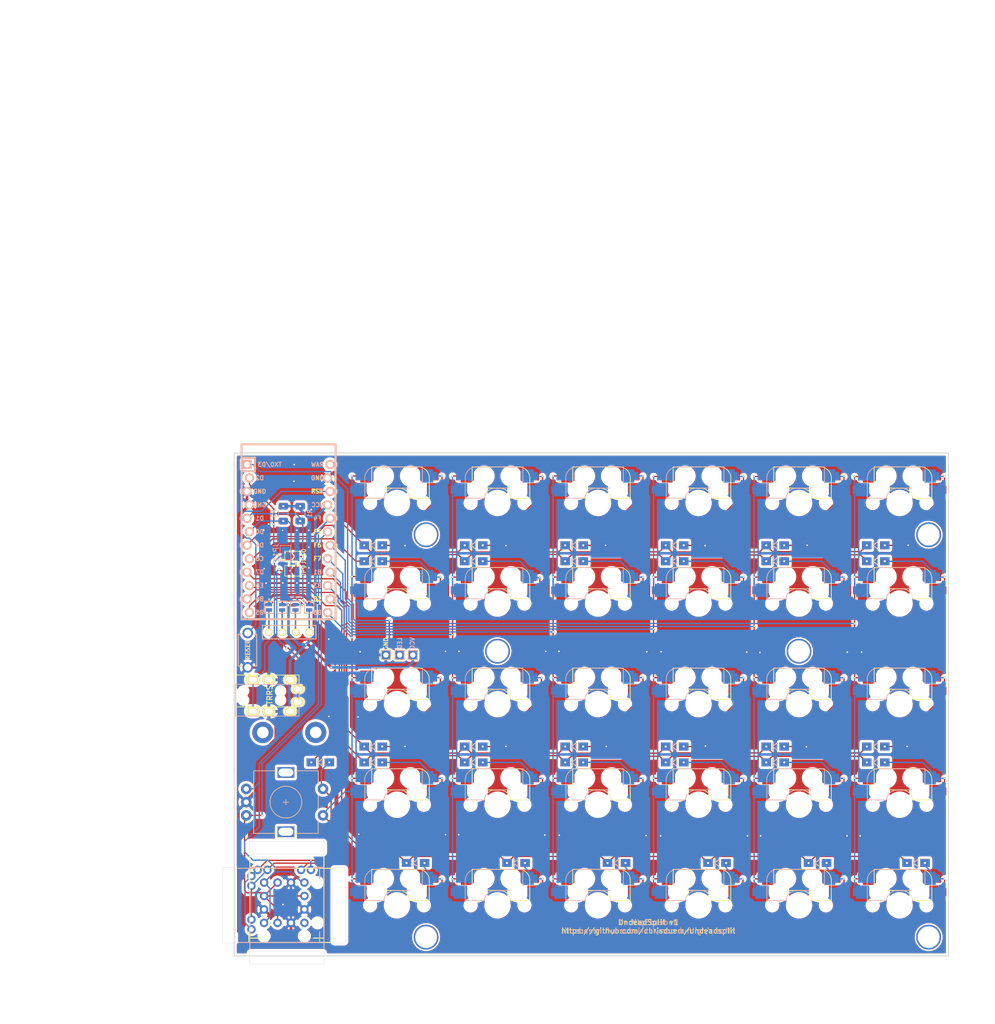
<source format=kicad_pcb>
(kicad_pcb (version 20211014) (generator pcbnew)
  (layers (0 "F.Cu" signal) (31 "B.Cu" signal) (34 "B.Paste" user) (35 "F.Paste" user) (36 "B.SilkS" user "B.Silkscreen") (37 "F.SilkS" user "F.Silkscreen") (38 "B.Mask" user) (39 "F.Mask" user) (44 "Edge.Cuts" user))
  (net 0 "")
  (net 1 "Net-(D1-Pad2)")
  (net 2 "row4")
  (net 3 "Net-(D2-Pad2)")
  (net 4 "Net-(D3-Pad2)")
  (net 5 "row0")
  (net 6 "Net-(D4-Pad2)")
  (net 7 "row1")
  (net 8 "Net-(D5-Pad2)")
  (net 9 "row2")
  (net 10 "Net-(D6-Pad2)")
  (net 11 "row3")
  (net 12 "Net-(D7-Pad2)")
  (net 13 "Net-(D8-Pad2)")
  (net 14 "Net-(D9-Pad2)")
  (net 15 "Net-(D10-Pad2)")
  (net 16 "Net-(D11-Pad2)")
  (net 17 "Net-(D12-Pad2)")
  (net 18 "Net-(D13-Pad2)")
  (net 19 "Net-(D14-Pad2)")
  (net 20 "Net-(D15-Pad2)")
  (net 21 "Net-(D16-Pad2)")
  (net 22 "Net-(D17-Pad2)")
  (net 23 "Net-(D18-Pad2)")
  (net 24 "Net-(D19-Pad2)")
  (net 25 "Net-(D20-Pad2)")
  (net 26 "Net-(D21-Pad2)")
  (net 27 "Net-(D22-Pad2)")
  (net 28 "Net-(D23-Pad2)")
  (net 29 "Net-(D24-Pad2)")
  (net 30 "Net-(D26-Pad2)")
  (net 31 "Net-(D27-Pad2)")
  (net 32 "Net-(D28-Pad2)")
  (net 33 "VCC")
  (net 34 "GND")
  (net 35 "col0")
  (net 36 "col1")
  (net 37 "col2")
  (net 38 "col3")
  (net 39 "col4")
  (net 40 "SDA")
  (net 41 "LED")
  (net 42 "SCL")
  (net 43 "RESET")
  (net 44 "Net-(D29-Pad2)")
  (net 45 "DATA")
  (net 46 "Net-(J3-Pad1)")
  (net 47 "Net-(J3-Pad2)")
  (net 48 "Net-(J3-Pad3)")
  (net 49 "Net-(J3-Pad4)")
  (net 50 "Net-(D30-Pad2)")
  (net 51 "col5")
  (net 52 "ENCB")
  (net 53 "ENCA")
  (net 54 "/i2c_c")
  (net 55 "/i2c_d")
  (net 56 "row5")
  (net 59 "Net-(D25-Pad2)")
  (net 60 "Net-(D31-Pad2)")
  (footprint "SofleKeyboard-footprint:HOLE_M2_TH" (layer "F.Cu") (at 127.378377 55.136817)
    (fp_text reference "TH1" hide)
    (fp_text value "HOLE" hide)
  )
  (footprint "SofleKeyboard-footprint:HOLE_M2_TH" (layer "F.Cu") (at 220.208214 57.309137)
    (fp_text reference "TH2" hide)
    (fp_text value "HOLE" hide)
  )
  (footprint "SofleKeyboard-footprint:HOLE_M2_TH" (layer "F.Cu") (at 221.583821 132.390073)
    (fp_text reference "TH6" hide)
    (fp_text value "HOLE" hide)
  )
  (footprint "SofleKeyboard-footprint:HOLE_M2_TH" (layer "F.Cu") (at 118.570261 148.122136 90)
    (fp_text reference "TH5" hide)
    (fp_text value "HOLE" hide)
  )
  (footprint "SofleKeyboard-footprint:ArduinoProMicro-ZigZag-DoubleSided" (layer "F.Cu") (at 100 56.71 -90)
    (fp_text reference "U1" hide)
    (fp_text value "ProMicro" hide)
  )
  (footprint "SofleKeyboard-footprint:Jumper" (layer "F.Cu") (at 103.9 69.7 90)
    (fp_text reference "JP1" hide)
    (fp_text value "Jumper_NO_Small" hide)
  )
  (footprint "SofleKeyboard-footprint:Jumper" (layer "F.Cu") (at 101.3 69.7 90)
    (fp_text reference "JP2" hide)
    (fp_text value "Jumper_NO_Small" hide)
  )
  (footprint "SofleKeyboard-footprint:Jumper" (layer "F.Cu") (at 98.8 69.7 90)
    (fp_text reference "JP3" hide)
    (fp_text value "Jumper_NO_Small" hide)
  )
  (footprint "SofleKeyboard-footprint:Diode_SOD123" (layer "F.Cu") (at 116 58)
    (fp_text reference "D1" hide)
    (fp_text value "D" hide)
  )
  (footprint "SofleKeyboard-footprint:Diode_SOD123" (layer "F.Cu") (at 135 58)
    (fp_text reference "D2" hide)
    (fp_text value "D" hide)
  )
  (footprint "SofleKeyboard-footprint:Diode_SOD123" (layer "F.Cu") (at 154 58)
    (fp_text reference "D3" hide)
    (fp_text value "D" hide)
  )
  (footprint "SofleKeyboard-footprint:Diode_SOD123" (layer "F.Cu") (at 173 58)
    (fp_text reference "D4" hide)
    (fp_text value "D" hide)
  )
  (footprint "SofleKeyboard-footprint:Diode_SOD123" (layer "F.Cu") (at 192 58)
    (fp_text reference "D5" hide)
    (fp_text value "D" hide)
  )
  (footprint "SofleKeyboard-footprint:Diode_SOD123" (layer "F.Cu") (at 211 58)
    (fp_text reference "D6" hide)
    (fp_text value "D" hide)
  )
  (footprint "SofleKeyboard-footprint:Diode_SOD123" (layer "F.Cu") (at 116 61)
    (fp_text reference "D7" hide)
    (fp_text value "D" hide)
  )
  (footprint "SofleKeyboard-footprint:Diode_SOD123" (layer "F.Cu") (at 135 61)
    (fp_text reference "D8" hide)
    (fp_text value "D" hide)
  )
  (footprint "SofleKeyboard-footprint:Diode_SOD123" (layer "F.Cu") (at 154 61)
    (fp_text reference "D9" hide)
    (fp_text value "D" hide)
  )
  (footprint "SofleKeyboard-footprint:Diode_SOD123" (layer "F.Cu") (at 173 61)
    (fp_text reference "D10" hide)
    (fp_text value "D" hide)
  )
  (footprint "SofleKeyboard-footprint:Diode_SOD123" (layer "F.Cu") (at 192 61)
    (fp_text reference "D11" hide)
    (fp_text value "D" hide)
  )
  (footprint "SofleKeyboard-footprint:Diode_SOD123" (layer "F.Cu") (at 211 61)
    (fp_text reference "D12" hide)
    (fp_text value "D" hide)
  )
  (footprint "SofleKeyboard-footprint:Diode_SOD123" (layer "F.Cu") (at 116 96)
    (fp_text reference "D13" hide)
    (fp_text value "D" hide)
  )
  (footprint "SofleKeyboard-footprint:Diode_SOD123" (layer "F.Cu") (at 135 96)
    (fp_text reference "D14" hide)
    (fp_text value "D" hide)
  )
  (footprint "SofleKeyboard-footprint:Diode_SOD123" (layer "F.Cu") (at 154 96)
    (fp_text reference "D15" hide)
    (fp_text value "D" hide)
  )
  (footprint "SofleKeyboard-footprint:Diode_SOD123" (layer "F.Cu") (at 173 96)
    (fp_text reference "D16" hide)
    (fp_text value "D" hide)
  )
  (footprint "SofleKeyboard-footprint:Diode_SOD123" (layer "F.Cu") (at 192 96)
    (fp_text reference "D17" hide)
    (fp_text value "D" hide)
  )
  (footprint "SofleKeyboard-footprint:Diode_SOD123" (layer "F.Cu") (at 211 96)
    (fp_text reference "D18" hide)
    (fp_text value "D" hide)
  )
  (footprint "SofleKeyboard-footprint:Diode_SOD123" (layer "F.Cu") (at 116 99)
    (fp_text reference "D19" hide)
    (fp_text value "D" hide)
  )
  (footprint "SofleKeyboard-footprint:Diode_SOD123" (layer "F.Cu") (at 135 99)
    (fp_text reference "D20" hide)
    (fp_text value "D" hide)
  )
  (footprint "SofleKeyboard-footprint:Diode_SOD123" (layer "F.Cu") (at 154 99)
    (fp_text reference "D21" hide)
    (fp_text value "D" hide)
  )
  (footprint "SofleKeyboard-footprint:Diode_SOD123" (layer "F.Cu") (at 173 99)
    (fp_text reference "D22" hide)
    (fp_text value "D" hide)
  )
  (footprint "SofleKeyboard-footprint:Diode_SOD123" (layer "F.Cu") (at 192 99)
    (fp_text reference "D23" hide)
    (fp_text value "D" hide)
  )
  (footprint "SofleKeyboard-footprint:Diode_SOD123" (layer "F.Cu") (at 211 99)
    (fp_text reference "D24" hide)
    (fp_text value "D" hide)
  )
  (footprint "SofleKeyboard-footprint:Diode_SOD123" (layer "F.Cu") (at 162 118)
    (fp_text reference "D27" hide)
    (fp_text value "D" hide)
  )
  (footprint "SofleKeyboard-footprint:Diode_SOD123" (layer "F.Cu") (at 181 118)
    (fp_text reference "D28" hide)
    (fp_text value "D" hide)
  )
  (footprint "SofleKeyboard-footprint:Diode_SOD123" (layer "F.Cu") (at 200 118)
    (fp_text reference "D29" hide)
    (fp_text value "D" hide)
  )
  (footprint "SofleKeyboard-footprint:CherryMX_Hotswap" (layer "F.Cu") (at 120.5 50)
    (fp_text reference "SW1" hide)
    (fp_text value "SW_PUSH" hide)
  )
  (footprint "SofleKeyboard-footprint:CherryMX_Hotswap" (layer "F.Cu") (at 120.5 69)
    (fp_text reference "SW7" hide)
    (fp_text value "SW_PUSH" hide)
  )
  (footprint "SofleKeyboard-footprint:CherryMX_Hotswap" (layer "F.Cu") (at 120.5 88)
    (fp_text reference "SW13" hide)
    (fp_text value "SW_PUSH" hide)
  )
  (footprint "SofleKeyboard-footprint:CherryMX_Hotswap" (layer "F.Cu") (at 120.5 107)
    (fp_text reference "SW19" hide)
    (fp_text value "SW_PUSH" hide)
  )
  (footprint "SofleKeyboard-footprint:CherryMX_Hotswap" (layer "F.Cu") (at 158.5 126)
    (fp_text reference "SW27" hide)
    (fp_text value "SW_PUSH" hide)
  )
  (footprint "SofleKeyboard-footprint:CherryMX_Hotswap" (layer "F.Cu") (at 177.5 126)
    (fp_text reference "SW28" hide)
    (fp_text value "SW_PUSH" hide)
  )
  (footprint "SofleKeyboard-footprint:CherryMX_Hotswap" (layer "F.Cu") (at 196.5 126)
    (fp_text reference "SW29" hide)
    (fp_text value "SW_PUSH" hide)
  )
  (footprint "SofleKeyboard-footprint:M2_HOLE_PCB" (layer "F.Cu") (at 95.13 93.352)
    (fp_text reference "TH7" hide)
    (fp_text value "HOLE")
  )
  (footprint "SofleKeyboard-footprint:Jumper" (layer "F.Cu") (at 96.3 69.7 90)
    (fp_text reference "JP4" hide)
    (fp_text value "Jumper_NO_Small" hide)
  )
  (footprint "SofleKeyboard-footprint:LED" (layer "F.Cu") (at 123.5 78.71 -90)
    (fp_text reference "J1" hide)
    (fp_text value "LED" hide)
  )
  (footprint "SofleKeyboard-footprint:OLED_4Pin" (layer "F.Cu") (at 96.3 74.41)
    (fp_text reference "J3" hide)
    (fp_text value "OLED" hide)
  )
  (footprint "SofleKeyboard-footprint:Diode_SOD123" (layer "F.Cu") (at 218.6 118)
    (fp_text reference "D30" hide)
    (fp_text value "D" hide)
  )
  (footprint "SofleKeyboard-footprint:M2_HOLE_PCB" (layer "F.Cu") (at 105.13 93.336)
    (fp_text reference "TH8" hide)
    (fp_text value "HOLE")
  )
  (footprint "SofleKeyboard-footprint:CherryMX_Hotswap" (layer "F.Cu") (at 139.5 88)
    (fp_text reference "SW14" hide)
    (fp_text value "SW_PUSH" hide)
  )
  (footprint "SofleKeyboard-footprint:CherryMX_Hotswap" (layer "F.Cu") (at 139.5 107)
    (fp_text reference "SW20" hide)
    (fp_text value "SW_PUSH" hide)
  )
  (footprint "SofleKeyboard-footprint:CherryMX_Hotswap" (layer "F.Cu") (at 139.5 69)
    (fp_text reference "SW8" hide)
    (fp_text value "SW_PUSH" hide)
  )
  (footprint "SofleKeyboard-footprint:CherryMX_Hotswap" (layer "F.Cu") (at 139.5 50)
    (fp_text reference "SW2" hide)
    (fp_text value "SW_PUSH" hide)
  )
  (footprint "SofleKeyboard-footprint:CherryMX_Hotswap" (layer "F.Cu") (at 158.5 88)
    (fp_text reference "SW15" hide)
    (fp_text value "SW_PUSH" hide)
  )
  (footprint "SofleKeyboard-footprint:CherryMX_Hotswap" (layer "F.Cu") (at 158.5 50)
    (fp_text reference "SW3" hide)
    (fp_text value "SW_PUSH" hide)
  )
  (footprint "SofleKeyboard-footprint:CherryMX_Hotswap" (layer "F.Cu") (at 158.5 69)
    (fp_text reference "SW9" hide)
    (fp_text value "SW_PUSH" hide)
  )
  (footprint "SofleKeyboard-footprint:CherryMX_Hotswap" (layer "F.Cu") (at 158.5 107)
    (fp_text reference "SW21" hide)
    (fp_text value "SW_PUSH" hide)
  )
  (footprint "SofleKeyboard-footprint:CherryMX_Hotswap" (layer "F.Cu") (at 177.5 107)
    (fp_text reference "SW22" hide)
    (fp_text value "SW_PUSH" hide)
  )
  (footprint "SofleKeyboard-footprint:CherryMX_Hotswap" (layer "F.Cu") (at 177.5 69)
    (fp_text reference "SW10" hide)
    (fp_text value "SW_PUSH" hide)
  )
  (footprint "SofleKeyboard-footprint:CherryMX_Hotswap" (layer "F.Cu") (at 215.5 126)
    (fp_text reference "SW30" hide)
    (fp_text value "SW_PUSH" hide)
  )
  (footprint "SofleKeyboard-footprint:CherryMX_Hotswap" (layer "F.Cu") (at 177.5 88)
    (fp_text reference "SW16" hide)
    (fp_text value "SW_PUSH" hide)
  )
  (footprint "SofleKeyboard-footprint:CherryMX_Hotswap" (layer "F.Cu") (at 177.5 50)
    (fp_text reference "SW4" hide)
    (fp_text value "SW_PUSH" hide)
  )
  (footprint "SofleKeyboard-footprint:CherryMX_Hotswap" (layer "F.Cu") (at 196.5 50)
    (fp_text reference "SW5" hide)
    (fp_text value "SW_PUSH" hide)
  )
  (footprint "SofleKeyboard-footprint:CherryMX_Hotswap" (layer "F.Cu") (at 196.5 107)
    (fp_text reference "SW23" hide)
    (fp_text value "SW_PUSH" hide)
  )
  (footprint "SofleKeyboard-footprint:CherryMX_Hotswap" (layer "F.Cu") (at 215.5 88)
    (fp_text reference "SW18" hide)
    (fp_text value "SW_PUSH" hide)
  )
  (footprint "SofleKeyboard-footprint:CherryMX_Hotswap" (layer "F.Cu") (at 215.5 107)
    (fp_text reference "SW24" hide)
    (fp_text value "SW_PUSH" hide)
  )
  (footprint "SofleKeyboard-footprint:CherryMX_Hotswap" (layer "F.Cu") (at 215.5 50)
    (fp_text reference "SW6" hide)
    (fp_text value "SW_PUSH" hide)
  )
  (footprint "SofleKeyboard-footprint:CherryMX_Hotswap" (layer "F.Cu") (at 215.5 69)
    (fp_text reference "SW12" hide)
    (fp_text value "SW_PUSH" hide)
  )
  (footprint "SofleKeyboard-footprint:CherryMX_Hotswap" (layer "F.Cu") (at 196.5 88)
    (fp_text reference "SW17" hide)
    (fp_text value "SW_PUSH" hide)
  )
  (footprint "SofleKeyboard-footprint:CherryMX_Hotswap" (layer "F.Cu") (at 196.5 69)
    (fp_text reference "SW11" hide)
    (fp_text value "SW_PUSH" hide)
  )
  (footprint "SofleKeyboard-footprint:RotaryEncoder_Alps_EC11E-Switch_Vertical_H20mm-keebio_modified" (layer "F.Cu") (at 99.5 106.5)
    (fp_text reference "ENC1" hide)
    (fp_text value "Rotary_Encoder_Switch")
  )
  (footprint "SofleKeyboard-footprint:MJ-4PP-9" (layer "F.Cu") (at 89.98 85.502 90)
    (fp_text reference "J2")
    (fp_text value "4PIN" hide)
  )
  (footprint "Jumper:SolderJumper-2_P1.3mm_Open_TrianglePad1.0x1.5mm" (layer "F.Cu") (at 100.7 62.81 180)
    (fp_text reference "JP9")
    (fp_text value "I2CSCL")
  )
  (footprint "Jumper:SolderJumper-2_P1.3mm_Open_TrianglePad1.0x1.5mm" (layer "F.Cu") (at 100.675 60.11)
    (fp_text reference "JP10")
    (fp_text value "IC2SDA")
  )
  (footprint "SofleKeyboard-footprint:TACT_SWITCH_TVBP06" (layer "F.Cu") (at 92.28 77.802 90)
    (fp_text reference "RSW1" hide)
    (fp_text value "SW_RST" hide)
  )
  (footprint "SofleKeyboard-footprint:CherryMX_Hotswap" (layer "F.Cu") (at 120.5 126)
    (fp_text reference "SW25" hide)
    (fp_text value "SW_PUSH" hide)
  )
  (footprint "SofleKeyboard-footprint:HOLE_M2_TH" (layer "F.Cu") (at 139.655299 78.109744)
    (fp_text reference "TH3" hide)
    (fp_text value "HOLE" hide)
  )
  (footprint "SofleKeyboard-footprint:HOLE_M2_TH" (layer "F.Cu") (at 196.921037 77.761271)
    (fp_text reference "TH4" hide)
    (fp_text value "HOLE" hide)
  )
  (footprint "Encoder:RollerEncoder_Panasonic_EVQWGD001" (layer "F.Cu") (at 99.185187 123.684602 90)
    (fp_text reference "ENC3")
    (fp_text value "RollerEncoder_Panasonic_EVQWGD001")
    (fp_line (start 9.5 -6.6) (end 7.7 -6.6) (layer "Edge.Cuts") (width 0.05))
    (fp_line (start 7.4 -6.3) (end 7.4 7.3) (layer "Edge.Cuts") (width 0.05))
    (fp_line (start 7.7 7.6) (end 9.5 7.6) (layer "Edge.Cuts") (width 0.05))
    (fp_line (start 9.8 7.3) (end 9.8 -6.3) (layer "Edge.Cuts") (width 0.05))
    (fp_arc (start 9.8 7.3) (mid 9.712132 7.512132) (end 9.5 7.6) (layer "Edge.Cuts") (width 0.05))
    (fp_arc (start 9.5 -6.6) (mid 9.712132 -6.512132) (end 9.8 -6.3) (layer "Edge.Cuts") (width 0.05))
    (fp_arc (start 7.7 7.6) (mid 7.487868 7.512132) (end 7.4 7.3) (layer "Edge.Cuts") (width 0.05))
    (fp_arc (start 7.4 -6.3) (mid 7.487868 -6.512132) (end 7.7 -6.6) (layer "Edge.Cuts") (width 0.05))
  )
  (footprint "SofleKeyboard-footprint:Diode_SOD123" (layer "F.Cu") (at 106 99)
    (fp_text reference "D31" hide)
    (fp_text value "D" hide)
  )
  (footprint "SofleKeyboard-footprint:Diode_SOD123" (layer "F.Cu") (at 143 118)
    (fp_text reference "D26" hide)
    (fp_text value "D" hide)
  )
  (footprint "Encoder:RollerEncoder_Panasonic_EVQWGD001" (layer "F.Cu") (at 101 125.5)
    (fp_text reference "ENC2")
    (fp_text value "RollerEncoder_Panasonic_EVQWGD001")
    (fp_line (start 7.4 -6.3) (end 7.4 7.3) (layer "Edge.Cuts") (width 0.05))
    (fp_line (start 7.7 7.6) (end 9.5 7.6) (layer "Edge.Cuts") (width 0.05))
    (fp_line (start 9.8 7.3) (end 9.8 -6.3) (layer "Edge.Cuts") (width 0.05))
    (fp_line (start 9.5 -6.6) (end 7.7 -6.6) (layer "Edge.Cuts") (width 0.05))
    (fp_arc (start 7.7 7.6) (mid 7.487868 7.512132) (end 7.4 7.3) (layer "Edge.Cuts") (width 0.05))
    (fp_arc (start 7.4 -6.3) (mid 7.487868 -6.512132) (end 7.7 -6.6) (layer "Edge.Cuts") (width 0.05))
    (fp_arc (start 9.8 7.3) (mid 9.712132 7.512132) (end 9.5 7.6) (layer "Edge.Cuts") (width 0.05))
    (fp_arc (start 9.5 -6.6) (mid 9.712132 -6.512132) (end 9.8 -6.3) (layer "Edge.Cuts") (width 0.05))
  )
  (footprint "SofleKeyboard-footprint:Diode_SOD123" (layer "F.Cu") (at 124 118)
    (fp_text reference "D25" hide)
    (fp_text value "D" hide)
  )
  (footprint "SofleKeyboard-footprint:CherryMX_Hotswap" (layer "F.Cu") (at 139.5 126)
    (fp_text reference "SW26" hide)
    (fp_text value "SW_PUSH" hide)
  )
  (footprint "SofleKeyboard-footprint:R_1206_DoubleSided" (layer "B.Cu") (at 102.2 52.01 -90)
    (fp_text reference "R1")
    (fp_text value "R")
  )
  (footprint "SofleKeyboard-footprint:R_1206_DoubleSided" (layer "B.Cu") (at 99 52.01 -90)
    (fp_text reference "R2")
    (fp_text value "R")
  )
  (footprint "SofleKeyboard-footprint:Jumper" (layer "B.Cu") (at 101.3 69.7 90)
    (fp_text reference "JP6" hide)
    (fp_text value "Jumper_NO_Small" hide)
  )
  (footprint "SofleKeyboard-footprint:Jumper" (layer "B.Cu") (at 98.8 69.7 90)
    (fp_text reference "JP7" hide)
    (fp_text value "Jumper_NO_Small" hide)
  )
  (footprint "SofleKeyboard-footprint:Jumper" (layer "B.Cu") (at 96.3 69.7 90)
    (fp_text reference "JP8" hide)
    (fp_text value "Jumper_NO_Small" hide)
  )
  (footprint "SofleKeyboard-footprint:Jumper" (layer "B.Cu") (at 103.9 69.7 90)
    (fp_text reference "JP5" hide)
    (fp_text value "Jumper_NO_Small" hide)
  )
  (footprint "Jumper:SolderJumper-2_P1.3mm_Bridged2Bar_Pad1.0x1.5mm" (layer "B.Cu") (at 99.4 59.41 -90)
    (fp_text reference "JP11")
    (fp_text value "Serial")
  )
  (footprint "Encoder:RollerEncoder_Panasonic_EVQWGD001" (layer "B.Cu") (at 97.370041 125.499534 180)
    (fp_text reference "ENC4")
    (fp_text value "RollerEncoder_Panasonic_EVQWGD001")
    (fp_line (start 9.5 6.6) (end 7.7 6.6) (layer "Edge.Cuts") (width 0.05))
    (fp_line (start 7.4 6.3) (end 7.4 -7.3) (layer "Edge.Cuts") (width 0.05))
    (fp_line (start 7.7 -7.6) (end 9.5 -7.6) (layer "Edge.Cuts") (width 0.05))
    (fp_line (start 9.8 -7.3) (end 9.8 6.3) (layer "Edge.Cuts") (width 0.05))
    (fp_arc (start 9.5 -7.6) (mid 9.712132 -7.512132) (end 9.8 -7.3) (layer "Edge.Cuts") (width 0.05))
    (fp_arc (start 9.8 6.3) (mid 9.712132 6.512132) (end 9.5 6.6) (layer "Edge.Cuts") (width 0.05))
    (fp_arc (start 7.4 -7.3) (mid 7.487868 -7.512132) (end 7.7 -7.6) (layer "Edge.Cuts") (width 0.05))
    (fp_arc (start 7.7 6.6) (mid 7.487868 6.512132) (end 7.4 6.3) (layer "Edge.Cuts") (width 0.05))
  )
  (footprint "Encoder:RollerEncoder_Panasonic_EVQWGD001" (layer "B.Cu") (at 99.185199 127.317468 -90)
    (fp_text reference "ENC5")
    (fp_text value "RollerEncoder_Panasonic_EVQWGD001")
    (fp_line (start 9.5 6.6) (end 7.7 6.6) (layer "Edge.Cuts") (width 0.05))
    (fp_line (start 7.4 6.3) (end 7.4 -7.3) (layer "Edge.Cuts") (width 0.05))
    (fp_line (start 7.7 -7.6) (end 9.5 -7.6) (layer "Edge.Cuts") (width 0.05))
    (fp_line (start 9.8 -7.3) (end 9.8 6.3) (layer "Edge.Cuts") (width 0.05))
    (fp_arc (start 9.5 -7.6) (mid 9.712132 -7.512132) (end 9.8 -7.3) (layer "Edge.Cuts") (width 0.05))
    (fp_arc (start 9.8 6.3) (mid 9.712132 6.512132) (end 9.5 6.6) (layer "Edge.Cuts") (width 0.05))
    (fp_arc (start 7.4 -7.3) (mid 7.487868 -7.512132) (end 7.7 -7.6) (layer "Edge.Cuts") (width 0.05))
    (fp_arc (start 7.7 6.6) (mid 7.487868 6.512132) (end 7.4 6.3) (layer "Edge.Cuts") (width 0.05))
  )
  (gr_line (start 224.73 135.552) (end 224.73 40.552) (layer "Edge.Cuts") (width 0.15))
  (gr_line (start 89.73 40.552) (end 89.73 135.552) (layer "Edge.Cuts") (width 0.15))
  (gr_line (start 89.73 135.552) (end 224.73 135.552) (layer "Edge.Cuts") (width 0.15))
  (gr_line (start 89.73 99.94) (end 89.73 100.552) (layer "Edge.Cuts") (width 0.15))
  (gr_line (start 224.73 40.552) (end 89.73 40.552) (layer "Edge.Cuts") (width 0.15))
  (gr_text "UndeadSplit v1\nhttps://github.com/chrisduerr/undeadsplit" (at 168 130) (layer "B.SilkS") (effects (font (size 1 1)) (justify mirror)))
  (gr_text "UndeadSplit v1\nhttps://github.com/chrisduerr/undeadsplit" (at 168 130) (layer "F.SilkS") (effects (font (size 1 1))))
  (segment (start 117.7 58) (end 119.319002 58) (width 0.25) (layer "F.Cu") (net 1))
  (segment (start 129 47.5) (end 129 44.91) (width 0.25) (layer "F.Cu") (net 1))
  (segment (start 129 48.319002) (end 129 47.5) (width 0.25) (layer "F.Cu") (net 1))
  (segment (start 119.319002 58) (end 129 48.319002) (width 0.25) (layer "F.Cu") (net 1))
  (via (at 129 44.91) (size 0.4) (drill 0.3) (layers "F.Cu" "B.Cu") (net 1))
  (segment (start 128.99 44.9) (end 129 44.91) (width 0.25) (layer "B.Cu") (net 1))
  (segment (start 127.7 44.9) (end 128.99 44.9) (width 0.25) (layer "B.Cu") (net 1))
  (segment (start 140.067706 116.767706) (end 123.532294 116.767706) (width 0.25) (layer "F.Cu") (net 2))
  (segment (start 110.05 111.672) (end 115.157141 116.779141) (width 0.25) (layer "F.Cu") (net 2))
  (segment (start 141.3 118) (end 140.067706 116.767706) (width 0.25) (layer "F.Cu") (net 2))
  (segment (start 180.548 116.752) (end 197.052 116.752) (width 0.25) (layer "F.Cu") (net 2))
  (segment (start 104.037955 66.400044) (end 107.037415 69.399504) (width 0.25) (layer "F.Cu") (net 2))
  (segment (start 161.541718 116.758282) (end 178.058282 116.758282) (width 0.25) (layer "F.Cu") (net 2))
  (segment (start 179.3 118) (end 180.548 116.752) (width 0.25) (layer "F.Cu") (net 2))
  (segment (start 121.079141 116.779141) (end 122.3 118) (width 0.25) (layer "F.Cu") (net 2))
  (segment (start 115.157141 116.779141) (end 121.079141 116.779141) (width 0.25) (layer "F.Cu") (net 2))
  (segment (start 159.067077 116.767077) (end 142.532923 116.767077) (width 0.25) (layer "F.Cu") (net 2))
  (segment (start 142.532923 116.767077) (end 141.3 118) (width 0.25) (layer "F.Cu") (net 2))
  (segment (start 123.532294 116.767706) (end 122.3 118) (width 0.25) (layer "F.Cu") (net 2))
  (segment (start 161.541718 116.758282) (end 160.3 118) (width 0.25) (layer "F.Cu") (net 2))
  (segment (start 198.3 118) (end 199.548 116.752) (width 0.25) (layer "F.Cu") (net 2))
  (segment (start 107.037415 69.399504) (end 109.212303 69.399504) (width 0.25) (layer "F.Cu") (net 2))
  (segment (start 160.3 118) (end 159.067077 116.767077) (width 0.25) (layer "F.Cu") (net 2))
  (segment (start 197.052 116.752) (end 198.3 118) (width 0.25) (layer "F.Cu") (net 2))
  (segment (start 215.652 116.752) (end 216.9 118) (width 0.25) (layer "F.Cu") (net 2))
  (segment (start 93.891356 66.400044) (end 104.037955 66.400044) (width 0.25) (layer "F.Cu") (net 2))
  (segment (start 179.3 118) (end 178.058282 116.758282) (width 0.25) (layer "F.Cu") (net 2))
  (segment (start 92.1514 68.14) (end 93.891356 66.400044) (width 0.25) (layer "F.Cu") (net 2))
  (segment (start 110.05 70.237201) (end 110.05 111.672) (width 0.25) (layer "F.Cu") (net 2))
  (segment (start 199.548 116.752) (end 215.652 116.752) (width 0.25) (layer "F.Cu") (net 2))
  (segment (start 109.212303 69.399504) (end 110.05 70.237201) (width 0.25) (layer "F.Cu") (net 2))
  (segment (start 148 48.312414) (end 138.312414 58) (width 0.25) (layer "F.Cu") (net 3))
  (segment (start 148 45) (end 148 47.5) (width 0.25) (layer "F.Cu") (net 3))
  (segment (start 148 47.5) (end 148 48.312414) (width 0.25) (layer "F.Cu") (net 3))
  (segment (start 138.312414 58) (end 136.7 58) (width 0.25) (layer "F.Cu") (net 3))
  (via (at 148 45) (size 0.4) (drill 0.3) (layers "F.Cu" "B.Cu") (net 3))
  (segment (start 148 45) (end 146.8 45) (width 0.25) (layer "B.Cu") (net 3))
  (segment (start 157.312414 58) (end 155.7 58) (width 0.25) (layer "F.Cu") (net 4))
  (segment (start 167 44.9) (end 167 48.312414) (width 0.25) (layer "F.Cu") (net 4))
  (segment (start 167 48.312414) (end 157.312414 58) (width 0.25) (layer "F.Cu") (net 4))
  (via (at 167 44.9) (size 0.4) (drill 0.3) (layers "F.Cu" "B.Cu") (net 4))
  (segment (start 167 44.9) (end 165.7 44.9) (width 0.25) (layer "B.Cu") (net 4))
  (segment (start 106.893805 54.2387) (end 104.803806 56.328699) (width 0.25) (layer "F.Cu") (net 5))
  (segment (start 170.073081 59.226919) (end 171.3 58) (width 0.25) (layer "F.Cu") (net 5))
  (segment (start 133.3 58) (end 134.557668 59.257668) (width 0.25) (layer "F.Cu") (net 5))
  (segment (start 134.557668 59.257668) (end 151.042332 59.257668) (width 0.25) (layer "F.Cu") (net 5))
  (segment (start 132.029341 59.270659) (end 133.3 58) (width 0.25) (layer "F.Cu") (net 5))
  (segment (start 191.476205 59.176205) (end 208.123795 59.176205) (width 0.25) (layer "F.Cu") (net 5))
  (segment (start 93.802701 56.328699) (end 92.1514 57.98) (width 0.25) (layer "F.Cu") (net 5))
  (segment (start 104.803806 56.328699) (end 93.802701 56.328699) (width 0.25) (layer "F.Cu") (net 5))
  (segment (start 153.526919 59.226919) (end 170.073081 59.226919) (width 0.25) (layer "F.Cu") (net 5))
  (segment (start 190.3 58) (end 191.476205 59.176205) (width 0.25) (layer "F.Cu") (net 5))
  (segment (start 115.570659 59.270659) (end 132.029341 59.270659) (width 0.25) (layer "F.Cu") (net 5))
  (segment (start 151.042332 59.257668) (end 152.3 58) (width 0.25) (layer "F.Cu") (net 5))
  (segment (start 208.123795 59.176205) (end 209.3 58) (width 0.25) (layer "F.Cu") (net 5))
  (segment (start 189.053877 59.246123) (end 190.3 58) (width 0.25) (layer "F.Cu") (net 5))
  (segment (start 114.3 58) (end 110.5387 54.2387) (width 0.25) (layer "F.Cu") (net 5))
  (segment (start 152.3 58) (end 153.526919 59.226919) (width 0.25) (layer "F.Cu") (net 5))
  (segment (start 171.3 58) (end 171.3 58.129115) (width 0.25) (layer "F.Cu") (net 5))
  (segment (start 172.417008 59.246123) (end 189.053877 59.246123) (width 0.25) (layer "F.Cu") (net 5))
  (segment (start 114.3 58) (end 115.570659 59.270659) (width 0.25) (layer "F.Cu") (net 5))
  (segment (start 110.5387 54.2387) (end 106.893805 54.2387) (width 0.25) (layer "F.Cu") (net 5))
  (segment (start 171.3 58.129115) (end 172.417008 59.246123) (width 0.25) (layer "F.Cu") (net 5))
  (segment (start 186 47.5) (end 186 48.312414) (width 0.25) (layer "F.Cu") (net 6))
  (segment (start 186 45) (end 186 47.5) (width 0.25) (layer "F.Cu") (net 6))
  (segment (start 176.312414 58) (end 174.7 58) (width 0.25) (layer "F.Cu") (net 6))
  (segment (start 186 48.312414) (end 176.312414 58) (width 0.25) (layer "F.Cu") (net 6))
  (via (at 186 45) (size 0.4) (drill 0.3) (layers "F.Cu" "B.Cu") (net 6))
  (segment (start 186 45) (end 184.8 45) (width 0.25) (layer "B.Cu") (net 6))
  (segment (start 184.8 45) (end 184.7 44.9) (width 0.25) (layer "B.Cu") (net 6))
  (segment (start 189.132809 59.832809) (end 190.3 61) (width 0.25) (layer "F.Cu") (net 7))
  (segment (start 152.3 61) (end 151.007668 59.707668) (width 0.25) (layer "F.Cu") (net 7))
  (segment (start 134.592332 59.707668) (end 133.3 61) (width 0.25) (layer "F.Cu") (net 7))
  (segment (start 112.7 61) (end 114.3 61) (width 0.25) (layer "F.Cu") (net 7))
  (segment (start 115.558891 59.741109) (end 114.3 61) (width 0.25) (layer "F.Cu") (net 7))
  (segment (start 191.504712 59.795288) (end 208.095288 59.795288) (width 0.25) (layer "F.Cu") (net 7))
  (segment (start 92.6086 60.52) (end 93.244996 60.52) (width 0.25) (layer "F.Cu") (net 7))
  (segment (start 96.986297 56.778699) (end 108.478699 56.778699) (width 0.25) (layer "F.Cu") (net 7))
  (segment (start 152.3 61) (end 153.473472 59.826528) (width 0.25) (layer "F.Cu") (net 7))
  (segment (start 172.467191 59.832809) (end 189.132809 59.832809) (width 0.25) (layer "F.Cu") (net 7))
  (segment (start 171.3 61) (end 172.467191 59.832809) (width 0.25) (layer "F.Cu") (net 7))
  (segment (start 151.007668 59.707668) (end 134.592332 59.707668) (width 0.25) (layer "F.Cu") (net 7))
  (segment (start 93.244996 60.52) (end 96.986297 56.778699) (width 0.25) (layer "F.Cu") (net 7))
  (segment (start 108.478699 56.778699) (end 112.7 61) (width 0.25) (layer "F.Cu") (net 7))
  (segment (start 133.3 61) (end 132.041109 59.741109) (width 0.25) (layer "F.Cu") (net 7))
  (segment (start 190.3 61) (end 191.504712 59.795288) (width 0.25) (layer "F.Cu") (net 7))
  (segment (start 170.126528 59.826528) (end 171.3 61) (width 0.25) (layer "F.Cu") (net 7))
  (segment (start 208.095288 59.795288) (end 209.3 61) (width 0.25) (layer "F.Cu") (net 7))
  (segment (start 153.473472 59.826528) (end 170.126528 59.826528) (width 0.25) (layer "F.Cu") (net 7))
  (segment (start 132.041109 59.741109) (end 115.558891 59.741109) (width 0.25) (layer "F.Cu") (net 7))
  (segment (start 205 48.312414) (end 195.312414 58) (width 0.25) (layer "F.Cu") (net 8))
  (segment (start 205 45) (end 205 47.5) (width 0.25) (layer "F.Cu") (net 8))
  (segment (start 195.312414 58) (end 193.7 58) (width 0.25) (layer "F.Cu") (net 8))
  (segment (start 205 47.5) (end 205 48.312414) (width 0.25) (layer "F.Cu") (net 8))
  (via (at 205 45) (size 0.4) (drill 0.3) (layers "F.Cu" "B.Cu") (net 8))
  (segment (start 203.8 45) (end 203.7 44.9) (width 0.25) (layer "B.Cu") (net 8))
  (segment (start 205 45) (end 203.8 45) (width 0.25) (layer "B.Cu") (net 8))
  (segment (start 114.3 96) (end 115.542359 97.242359) (width 0.25) (layer "F.Cu") (net 9))
  (segment (start 172.501075 97.201075) (end 189.098925 97.201075) (width 0.25) (layer "F.Cu") (net 9))
  (segment (start 92.1514 63.06) (end 92.1514 62.755126) (width 0.25) (layer "F.Cu") (net 9))
  (segment (start 189.098925 97.201075) (end 190.3 96) (width 0.25) (layer "F.Cu") (net 9))
  (segment (start 108.41827 64.32027) (end 93.41167 64.32027) (width 0.25) (layer "F.Cu") (net 9))
  (segment (start 132.057641 97.242359) (end 133.3 96) (width 0.25) (layer "F.Cu") (net 9))
  (segment (start 115.542359 97.242359) (end 132.057641 97.242359) (width 0.25) (layer "F.Cu") (net 9))
  (segment (start 152.3 96) (end 153.555841 97.255841) (width 0.25) (layer "F.Cu") (net 9))
  (segment (start 191.519924 97.219924) (end 190.3 96) (width 0.25) (layer "F.Cu") (net 9))
  (segment (start 170.044159 97.255841) (end 171.3 96) (width 0.25) (layer "F.Cu") (net 9))
  (segment (start 153.555841 97.255841) (end 170.044159 97.255841) (width 0.25) (layer "F.Cu") (net 9))
  (segment (start 209.3 96) (end 208.080076 97.219924) (width 0.25) (layer "F.Cu") (net 9))
  (segment (start 93.41167 64.32027) (end 92.1514 63.06) (width 0.25) (layer "F.Cu") (net 9))
  (segment (start 151.068522 97.231478) (end 152.3 96) (width 0.25) (layer "F.Cu") (net 9))
  (segment (start 110.95 92.65) (end 110.95 66.852) (width 0.25) (layer "F.Cu") (net 9))
  (segment (start 110.95 66.852) (end 108.41827 64.32027) (width 0.25) (layer "F.Cu") (net 9))
  (segment (start 133.3 96) (end 134.531478 97.231478) (width 0.25) (layer "F.Cu") (net 9))
  (segment (start 114.3 96) (end 110.95 92.65) (width 0.25) (layer "F.Cu") (net 9))
  (segment (start 171.3 96) (end 172.501075 97.201075) (width 0.25) (layer "F.Cu") (net 9))
  (segment (start 208.080076 97.219924) (end 191.519924 97.219924) (width 0.25) (layer "F.Cu") (net 9))
  (segment (start 134.531478 97.231478) (end 151.068522 97.231478) (width 0.25) (layer "F.Cu") (net 9))
  (segment (start 224 45) (end 224 47.5) (width 0.25) (layer "F.Cu") (net 10))
  (segment (start 214.522 58) (end 224 48.522) (width 0.25) (layer "F.Cu") (net 10))
  (segment (start 212.7 58) (end 214.522 58) (width 0.25) (layer "F.Cu") (net 10))
  (segment (start 224 48.522) (end 224 47.5) (width 0.25) (layer "F.Cu") (net 10))
  (via (at 224 45) (size 0.4) (drill 0.3) (layers "F.Cu" "B.Cu") (net 10))
  (segment (start 222.8 45) (end 222.7 44.9) (width 0.25) (layer "B.Cu") (net 10))
  (segment (start 224 45) (end 222.8 45) (width 0.25) (layer "B.Cu") (net 10))
  (segment (start 152.3 99) (end 151.038839 97.738839) (width 0.25) (layer "F.Cu") (net 11))
  (segment (start 171.3 99) (end 170.146225 97.846225) (width 0.25) (layer "F.Cu") (net 11))
  (segment (start 108.45539 66.89739) (end 110.5 68.942) (width 0.25) (layer "F.Cu") (net 11))
  (segment (start 104.261217 65.950044) (end 105.208563 66.89739) (width 0.25) (layer "F.Cu") (net 11))
  (segment (start 110.5 95.2) (end 114.3 99) (width 0.25) (layer "F.Cu") (net 11))
  (segment (start 132.023496 97.723496) (end 115.576504 97.723496) (width 0.25) (layer "F.Cu") (net 11))
  (segment (start 172.434504 97.865496) (end 171.3 99) (width 0.25) (layer "F.Cu") (net 11))
  (segment (start 133.3 99) (end 132.023496 97.723496) (width 0.25) (layer "F.Cu") (net 11))
  (segment (start 115.576504 97.723496) (end 114.3 99) (width 0.25) (layer "F.Cu") (net 11))
  (segment (start 170.146225 97.846225) (end 153.453775 97.846225) (width 0.25) (layer "F.Cu") (net 11))
  (segment (start 190.3 99) (end 189.165496 97.865496) (width 0.25) (layer "F.Cu") (net 11))
  (segment (start 134.561161 97.738839) (end 133.3 99) (width 0.25) (layer "F.Cu") (net 11))
  (segment (start 110.5 68.942) (end 110.5 95.2) (width 0.25) (layer "F.Cu") (net 11))
  (segment (start 153.453775 97.846225) (end 152.3 99) (width 0.25) (layer "F.Cu") (net 11))
  (segment (start 189.165496 97.865496) (end 172.434504 97.865496) (width 0.25) (layer "F.Cu") (net 11))
  (segment (start 190.3 99) (end 191.448396 97.851604) (width 0.25) (layer "F.Cu") (net 11))
  (segment (start 93.703004 65.952) (end 93.70496 65.950044) (width 0.25) (layer "F.Cu") (net 11))
  (segment (start 151.038839 97.738839) (end 134.561161 97.738839) (width 0.25) (layer "F.Cu") (net 11))
  (segment (start 93.70496 65.950044) (end 104.261217 65.950044) (width 0.25) (layer "F.Cu") (net 11))
  (segment (start 208.151604 97.851604) (end 209.3 99) (width 0.25) (layer "F.Cu") (net 11))
  (segment (start 105.208563 66.89739) (end 108.45539 66.89739) (width 0.25) (layer "F.Cu") (net 11))
  (segment (start 92.6086 65.6) (end 92.9606 65.952) (width 0.25) (layer "F.Cu") (net 11))
  (segment (start 92.9606 65.952) (end 93.703004 65.952) (width 0.25) (layer "F.Cu") (net 11))
  (segment (start 191.448396 97.851604) (end 208.151604 97.851604) (width 0.25) (layer "F.Cu") (net 11))
  (segment (start 129 66.5) (end 128.7 66.2) (width 0.25) (layer "F.Cu") (net 12))
  (segment (start 127.44 66.6) (end 127.4 66.56) (width 0.25) (layer "F.Cu") (net 12))
  (segment (start 128.7 66.2) (end 128.7 64) (width 0.25) (layer "F.Cu") (net 12))
  (segment (start 129 66.6) (end 127.44 66.6) (width 0.25) (layer "F.Cu") (net 12))
  (via (at 128.7 64) (size 0.4) (drill 0.3) (layers "F.Cu" "B.Cu") (net 12))
  (segment (start 127.7 64) (end 128.7 64) (width 0.25) (layer "B.Cu") (net 12))
  (segment (start 124.7 61) (end 117.7 61) (width 0.25) (layer "B.Cu") (net 12))
  (segment (start 127.7 64) (end 124.7 61) (width 0.25) (layer "B.Cu") (net 12))
  (segment (start 127.7 64) (end 127.68 64.02) (width 0.25) (layer "B.Cu") (net 12))
  (segment (start 147.5 66.1) (end 147.5 64.1) (width 0.25) (layer "F.Cu") (net 13))
  (via (at 147.5 64.1) (size 0.4) (drill 0.3) (layers "F.Cu" "B.Cu") (net 13))
  (segment (start 136.7 61) (end 143.7 61) (width 0.25) (layer "B.Cu") (net 13))
  (segment (start 146.8 64.1) (end 147.5 64.1) (width 0.25) (layer "B.Cu") (net 13))
  (segment (start 143.7 61) (end 146.8 64.1) (width 0.25) (layer "B.Cu") (net 13))
  (segment (start 167 64) (end 167 66.6) (width 0.25) (layer "F.Cu") (net 14))
  (via (at 167 64) (size 0.4) (drill 0.3) (layers "F.Cu" "B.Cu") (net 14))
  (segment (start 167 64) (end 165.7 64) (width 0.25) (layer "B.Cu") (net 14))
  (segment (start 155.7 61) (end 162.7 61) (width 0.25) (layer "B.Cu") (net 14))
  (segment (start 162.7 61) (end 165.7 64) (width 0.25) (layer "B.Cu") (net 14))
  (segment (start 186 64) (end 186 66.5) (width 0.25) (layer "F.Cu") (net 15))
  (via (at 186 64) (size 0.4) (drill 0.3) (layers "F.Cu" "B.Cu") (net 15))
  (segment (start 186 64) (end 184.8 64) (width 0.25) (layer "B.Cu") (net 15))
  (segment (start 181.8 61) (end 184.7 63.9) (width 0.25) (layer "B.Cu") (net 15))
  (segment (start 174.7 61) (end 181.8 61) (width 0.25) (layer "B.Cu") (net 15))
  (segment (start 184.8 64) (end 184.7 63.9) (width 0.25) (layer "B.Cu") (net 15))
  (segment (start 205 64) (end 205 66.5) (width 0.25) (layer "F.Cu") (net 16))
  (via (at 205 64) (size 0.4) (drill 0.3) (layers "F.Cu" "B.Cu") (net 16))
  (segment (start 200.8 61) (end 203.7 63.9) (width 0.25) (layer "B.Cu") (net 16))
  (segment (start 205 64) (end 203.8 64) (width 0.25) (layer "B.Cu") (net 16))
  (segment (start 193.7 61) (end 200.8 61) (width 0.25) (layer "B.Cu") (net 16))
  (segment (start 203.8 64) (end 203.7 63.9) (width 0.25) (layer "B.Cu") (net 16))
  (segment (start 224 64) (end 224 66.5) (width 0.25) (layer "F.Cu") (net 17))
  (via (at 224 64) (size 0.4) (drill 0.3) (layers "F.Cu" "B.Cu") (net 17))
  (segment (start 224 64) (end 222.8 64) (width 0.25) (layer "B.Cu") (net 17))
  (segment (start 222.8 64) (end 222.7 63.9) (width 0.25) (layer "B.Cu") (net 17))
  (segment (start 219.8 61) (end 212.7 61) (width 0.25) (layer "B.Cu") (net 17))
  (segment (start 222.7 63.9) (end 219.8 61) (width 0.25) (layer "B.Cu") (net 17))
  (segment (start 117.7 96) (end 119.412414 96) (width 0.25) (layer "F.Cu") (net 18))
  (segment (start 119.412414 96) (end 128.7 86.712414) (width 0.25) (layer "F.Cu") (net 18))
  (segment (start 128.7 86.712414) (end 128.7 83.000002) (width 0.25) (layer "F.Cu") (net 18))
  (via (at 128.7 83.000002) (size 0.4) (drill 0.3) (layers "F.Cu" "B.Cu") (net 18))
  (segment (start 126.1 83.02) (end 126.119998 83.000002) (width 0.25) (layer "B.Cu") (net 18))
  (segment (start 126.119998 83.000002) (end 128.7 83.000002) (width 0.25) (layer "B.Cu") (net 18))
  (segment (start 136.7 96) (end 138.412414 96) (width 0.25) (layer "F.Cu") (net 19))
  (segment (start 147.8 86.612414) (end 147.8 83) (width 0.25) (layer "F.Cu") (net 19))
  (segment (start 138.412414 96) (end 147.8 86.612414) (width 0.25) (layer "F.Cu") (net 19))
  (via (at 147.8 83) (size 0.4) (drill 0.3) (layers "F.Cu" "B.Cu") (net 19))
  (segment (start 146.7 83) (end 147.7 83) (width 0.25) (layer "B.Cu") (net 19))
  (segment (start 167 86.412414) (end 167 83) (width 0.25) (layer "F.Cu") (net 20))
  (segment (start 157.412414 96) (end 167 86.412414) (width 0.25) (layer "F.Cu") (net 20))
  (segment (start 155.7 96) (end 157.412414 96) (width 0.25) (layer "F.Cu") (net 20))
  (via (at 167 83) (size 0.4) (drill 0.3) (layers "F.Cu" "B.Cu") (net 20))
  (segment (start 167 83) (end 165.7 83) (width 0.25) (layer "B.Cu") (net 20))
  (segment (start 186 86.312414) (end 176.312414 96) (width 0.25) (layer "F.Cu") (net 21))
  (segment (start 186 83) (end 186 85.5) (width 0.25) (layer "F.Cu") (net 21))
  (segment (start 186 85.5) (end 186 86.312414) (width 0.25) (layer "F.Cu") (net 21))
  (segment (start 176.312414 96) (end 174.7 96) (width 0.25) (layer "F.Cu") (net 21))
  (via (at 186 83) (size 0.4) (drill 0.3) (layers "F.Cu" "B.Cu") (net 21))
  (segment (start 186 83) (end 184.8 83) (width 0.25) (layer "B.Cu") (net 21))
  (segment (start 184.8 83) (end 184.7 82.9) (width 0.25) (layer "B.Cu") (net 21))
  (segment (start 205 83) (end 205 85.5) (width 0.25) (layer "F.Cu") (net 22))
  (segment (start 195.312414 96) (end 193.7 96) (width 0.25) (layer "F.Cu") (net 22))
  (segment (start 205 85.5) (end 205 86.312414) (width 0.25) (layer "F.Cu") (net 22))
  (segment (start 205 86.312414) (end 195.312414 96) (width 0.25) (layer "F.Cu") (net 22))
  (via (at 205 83) (size 0.4) (drill 0.3) (layers "F.Cu" "B.Cu") (net 22))
  (segment (start 205 83) (end 203.8 83) (width 0.25) (layer "B.Cu") (net 22))
  (segment (start 203.8 83) (end 203.7 82.9) (width 0.25) (layer "B.Cu") (net 22))
  (segment (start 224 83) (end 224 85.5) (width 0.25) (layer "F.Cu") (net 23))
  (segment (start 214.312414 96) (end 212.7 96) (width 0.25) (layer "F.Cu") (net 23))
  (segment (start 224 85.5) (end 224 86.312414) (width 0.25) (layer "F.Cu") (net 23))
  (segment (start 224 86.312414) (end 214.312414 96) (width 0.25) (layer "F.Cu") (net 23))
  (via (at 224 83) (size 0.4) (drill 0.3) (layers "F.Cu" "B.Cu") (net 23))
  (segment (start 222.8 83) (end 222.7 82.9) (width 0.25) (layer "B.Cu") (net 23))
  (segment (start 224 83) (end 222.8 83) (width 0.25) (layer "B.Cu") (net 23))
  (segment (start 129 104.5) (end 129 102) (width 0.25) (layer "F.Cu") (net 24))
  (segment (start 129 104.6) (end 127.44 104.6) (width 0.25) (layer "F.Cu") (net 24))
  (segment (start 127.44 104.6) (end 127.4 104.56) (width 0.25) (layer "F.Cu") (net 24))
  (via (at 129 102) (size 0.4) (drill 0.3) (layers "F.Cu" "B.Cu") (net 24))
  (segment (start 127.7 102) (end 129 102) (width 0.25) (layer "B.Cu") (net 24))
  (segment (start 127.7 101.9) (end 124.8 99) (width 0.25) (layer "B.Cu") (net 24))
  (segment (start 124.8 99) (end 117.7 99) (width 0.25) (layer "B.Cu") (net 24))
  (segment (start 148 104.7) (end 148.15 104.55) (width 0.25) (layer "F.Cu") (net 25))
  (segment (start 148 104.5) (end 148 102) (width 0.25) (layer "F.Cu") (net 25))
  (via (at 148 102) (size 0.4) (drill 0.3) (layers "F.Cu" "B.Cu") (net 25))
  (segment (start 146.8 102) (end 146.7 101.9) (width 0.25) (layer "B.Cu") (net 25))
  (segment (start 148 102) (end 146.8 102) (width 0.25) (layer "B.Cu") (net 25))
  (segment (start 143.8 99) (end 146.7 101.9) (width 0.25) (layer "B.Cu") (net 25))
  (segment (start 136.7 99) (end 143.8 99) (width 0.25) (layer "B.Cu") (net 25))
  (segment (start 167 102) (end 167 104.6) (width 0.25) (layer "F.Cu") (net 26))
  (via (at 167 102) (size 0.4) (drill 0.3) (layers "F.Cu" "B.Cu") (net 26))
  (segment (start 167 102) (end 165.7 102) (width 0.25) (layer "B.Cu") (net 26))
  (segment (start 155.728 98.972) (end 155.7 99) (width 0.25) (layer "B.Cu") (net 26))
  (segment (start 165.7 102) (end 162.672 98.972) (width 0.25) (layer "B.Cu") (net 26))
  (segment (start 162.672 98.972) (end 155.728 98.972) (width 0.25) (layer "B.Cu") (net 26))
  (segment (start 186 102) (end 186 104.5) (width 0.25) (layer "F.Cu") (net 27))
  (via (at 186 102) (size 0.4) (drill 0.3) (layers "F.Cu" "B.Cu") (net 27))
  (segment (start 184.8 102) (end 184.7 101.9) (width 0.25) (layer "B.Cu") (net 27))
  (segment (start 174.7 99) (end 181.8 99) (width 0.25) (layer "B.Cu") (net 27))
  (segment (start 186 102) (end 184.8 102) (width 0.25) (layer "B.Cu") (net 27))
  (segment (start 181.8 99) (end 184.7 101.9) (width 0.25) (layer "B.Cu") (net 27))
  (segment (start 205 102) (end 205 104.5) (width 0.25) (layer "F.Cu") (net 28))
  (via (at 205 102) (size 0.4) (drill 0.3) (layers "F.Cu" "B.Cu") (net 28))
  (segment (start 205 102) (end 203.8 102) (width 0.25) (layer "B.Cu") (net 28))
  (segment (start 200.8 99) (end 203.7 101.9) (width 0.25) (layer "B.Cu") (net 28))
  (segment (start 193.7 99) (end 200.8 99) (width 0.25) (layer "B.Cu") (net 28))
  (segment (start 203.8 102) (end 203.7 101.9) (width 0.25) (layer "B.Cu") (net 28))
  (segment (start 224 102) (end 224 104.45) (width 0.25) (layer "F.Cu") (net 29))
  (segment (start 224 104.45) (end 224.05 104.5) (width 0.25) (layer "F.Cu") (net 29))
  (via (at 224 102) (size 0.4) (drill 0.3) (layers "F.Cu" "B.Cu") (net 29))
  (segment (start 219.85 99) (end 222.75 101.9) (width 0.25) (layer "B.Cu") (net 29))
  (segment (start 222.85 102) (end 222.75 101.9) (width 0.25) (layer "B.Cu") (net 29))
  (segment (start 212.7 99) (end 219.85 99) (width 0.25) (layer "B.Cu") (net 29))
  (segment (start 224 102) (end 222.85 102) (width 0.25) (layer "B.Cu") (net 29))
  (segment (start 148 121) (end 148 123.5) (width 0.25) (layer "F.Cu") (net 30))
  (via (at 148 121) (size 0.4) (drill 0.3) (layers "F.Cu" "B.Cu") (net 30))
  (segment (start 144.7 118.9) (end 144.7 118) (width 0.25) (layer "B.Cu") (net 30))
  (segment (start 148 121) (end 146.8 121) (width 0.25) (layer "B.Cu") (net 30))
  (segment (start 146.7 120.9) (end 144.7 118.9) (width 0.25) (layer "B.Cu") (net 30))
  (segment (start 146.8 121) (end 146.7 120.9) (width 0.25) (layer "B.Cu") (net 30))
  (segment (start 167 121) (end 167 123.5) (width 0.25) (layer "F.Cu") (net 31))
  (via (at 167 121) (size 0.4) (drill 0.3) (layers "F.Cu" "B.Cu") (net 31))
  (segment (start 167 121) (end 165.8 121) (width 0.25) (layer "B.Cu") (net 31))
  (segment (start 165.8 121) (end 165.7 120.9) (width 0.25) (layer "B.Cu") (net 31))
  (segment (start 163.7 118.9) (end 165.7 120.9) (width 0.25) (layer "B.Cu") (net 31))
  (segment (start 163.7 118) (end 163.7 118.9) (width 0.25) (layer "B.Cu") (net 31))
  (segment (start 185.9 121.21) (end 185.9 123.7) (width 0.25) (layer "F.Cu") (net 32))
  (via (at 185.9 121) (size 0.4) (drill 0.3) (layers "F.Cu" "B.Cu") (net 32))
  (segment (start 184.8 121) (end 184.7 120.9) (width 0.25) (layer "B.Cu") (net 32))
  (segment (start 185.9 121) (end 184.8 121) (width 0.25) (layer "B.Cu") (net 32))
  (segment (start 182.7 118) (end 182.7 118.9) (width 0.25) (layer "B.Cu") (net 32))
  (segment (start 182.7 118.9) (end 184.7 120.9) (width 0.25) (layer "B.Cu") (net 32))
  (segment (start 101.182999 69.316621) (end 101.3 69.19962) (width 0.5) (layer "F.Cu") (net 33))
  (segment (start 103.278891 76.750891) (end 103.740891 76.750891) (width 0.5) (layer "F.Cu") (net 33))
  (segment (start 103.740891 76.750891) (end 108.05 81.06) (width 0.5) (layer "F.Cu") (net 33))
  (segment (start 99.988501 69.316621) (end 101.182999 69.316621) (width 0.5) (layer "F.Cu") (net 33))
  (via (at 108.05 81.06) (size 0.4) (drill 0.3) (layers "F.Cu" "B.Cu") (net 33))
  (via (at 99.988501 69.316621) (size 0.4) (drill 0.3) (layers "F.Cu" "B.Cu") (net 33))
  (via (at 103.278891 76.750891) (size 0.4) (drill 0.3) (layers "F.Cu" "B.Cu") (net 33))
  (segment (start 99.988501 69.316621) (end 99.8715 69.19962) (width 0.5) (layer "B.Cu") (net 33))
  (segment (start 103.278891 76.750891) (end 105.068501 74.961281) (width 0.5) (layer "B.Cu") (net 33))
  (segment (start 108.05 81.06) (end 122.412 81.06) (width 0.5) (layer "B.Cu") (net 33))
  (segment (start 100.28 83.402) (end 100.28 79.749782) (width 0.5) (layer "B.Cu") (net 33))
  (segment (start 103.647899 52.682899) (end 102.2 51.235) (width 0.5) (layer "B.Cu") (net 33))
  (segment (start 122.412 81.06) (end 123.5 79.972) (width 0.5) (layer "B.Cu") (net 33))
  (segment (start 108.05 81.06) (end 108.05 81.06) (width 0.5) (layer "B.Cu") (net 33))
  (segment (start 105.068501 52.682899) (end 103.647899 52.682899) (width 0.5) (layer "B.Cu") (net 33))
  (segment (start 102.996049 76.750891) (end 103.278891 76.750891) (width 0.5) (layer "B.Cu") (net 33))
  (segment (start 99.988501 69.316621) (end 99.988501 74.718283) (width 0.5) (layer "B.Cu") (net 33))
  (segment (start 123.5 79.972) (end 123.5 78.71) (width 0.5) (layer "B.Cu") (net 33))
  (segment (start 102.2 51.235) (end 102.2 50.61) (width 0.5) (layer "B.Cu") (net 33))
  (segment (start 102.2 50.61) (end 99 50.61) (width 0.5) (layer "B.Cu") (net 33))
  (segment (start 102.021109 76.750891) (end 102.996049 76.750891) (width 0.5) (layer "B.Cu") (net 33))
  (segment (start 105.068501 52.682899) (end 105.068501 74.961281) (width 0.5) (layer "B.Cu") (net 33))
  (segment (start 99.988501 74.718283) (end 102.021109 76.750891) (width 0.5) (layer "B.Cu") (net 33))
  (segment (start 100.13 83.552) (end 100.13 89.202) (width 0.5) (layer "B.Cu") (net 33))
  (segment (start 105.068501 74.961281) (end 104.471281 75.558501) (width 0.5) (layer "B.Cu") (net 33))
  (segment (start 107.3914 50.36) (end 105.068501 52.682899) (width 0.5) (layer "B.Cu") (net 33))
  (segment (start 99.8715 69.19962) (end 98.8 69.19962) (width 0.5) (layer "B.Cu") (net 33))
  (segment (start 99.988501 69.316621) (end 99.988501 69.316621) (width 0.5) (layer "B.Cu") (net 33))
  (segment (start 100.07999 83.60201) (end 100.28 83.402) (width 0.5) (layer "B.Cu") (net 33))
  (segment (start 100.07999 89.15199) (end 100.28 89.352) (width 0.5) (layer "B.Cu") (net 33))
  (segment (start 100.28 79.749782) (end 103.278891 76.750891) (width 0.5) (layer "B.Cu") (net 33))
  (segment (start 107.6 75.71) (end 107.6 75.71) (width 0.5) (layer "F.Cu") (net 34))
  (segment (start 96.2293 53.9807) (end 96.3 54.0514) (width 0.5) (layer "F.Cu") (net 34))
  (segment (start 98.09921 133.78279) (end 100.455187 131.426813) (width 0.5) (layer "F.Cu") (net 34))
  (segment (start 93.378347 124.773347) (end 95.375 126.77) (width 0.5) (layer "F.Cu") (net 34))
  (segment (start 92 106.5) (end 90.526613 107.973387) (width 0.5) (layer "F.Cu") (net 34))
  (segment (start 104.598242 69.19962) (end 105.1 69.701378) (width 0.5) (layer "F.Cu") (net 34))
  (segment (start 95.28 81.052) (end 96.28 82.052) (width 0.5) (layer "F.Cu") (net 34))
  (segment (start 96.28 90.702) (end 96.28 89.352) (width 0.5) (layer "F.Cu") (net 34))
  (segment (start 105.1 75.71) (end 107.6 75.71) (width 0.5) (layer "F.Cu") (net 34))
  (segment (start 96.28 76.98) (end 97.46 75.8) (width 0.5) (layer "F.Cu") (net 34))
  (segment (start 94 104.2) (end 94 98.108002) (width 0.5) (layer "F.Cu") (net 34))
  (segment (start 94 98.108002) (end 97.580001 94.528001) (width 0.5) (layer "F.Cu") (net 34))
  (segment (start 97.580001 92.002001) (end 96.28 90.702) (width 0.5) (layer "F.Cu") (net 34))
  (segment (start 90.526613 130.91308) (end 93.396323 133.78279) (width 0.5) (layer "F.Cu") (net 34))
  (segment (start 92.6086 50.36) (end 96.2293 53.9807) (width 0.5) (layer "F.Cu") (net 34))
  (segment (start 105.1 69.701378) (end 105.1 75.71) (width 0.5) (layer "F.Cu") (net 34))
  (segment (start 96.28 82.052) (end 96.28 83.402) (width 0.5) (layer "F.Cu") (net 34))
  (segment (start 92.1514 47.82) (end 92.1514 49.9028) (width 0.5) (layer "F.Cu") (net 34))
  (segment (start 96.28 89.352) (end 96.28 83.402) (width 0.5) (layer "F.Cu") (net 34))
  (segment (start 93.378347 124.773347) (end 90.530249 124.773347) (width 0.5) (layer "F.Cu") (net 34))
  (segment (start 100.455187 129.309388) (end 102.995041 126.769534) (width 0.5) (layer "F.Cu") (net 34))
  (segment (start 90.526613 107.973387) (end 90.526613 124.776983) (width 0.5) (layer "F.Cu") (net 34))
  (segment (start 92.1514 49.9028) (end 92.6086 50.36) (width 0.5) (layer "F.Cu") (net 34))
  (segment (start 97.580001 94.528001) (end 97.580001 92.002001) (width 0.5) (layer "F.Cu") (net 34))
  (segment (start 102.825042 67.425044) (end 103.9 68.500002) (width 0.5) (layer "F.Cu") (net 34))
  (segment (start 93.396323 133.78279) (end 98.09921 133.78279) (width 0.5) (layer "F.Cu") (net 34))
  (segment (start 97.074956 67.425044) (end 102.825042 67.425044) (width 0.5) (layer "F.Cu") (net 34))
  (segment (start 90.526613 124.776983) (end 90.526613 130.91308) (width 0.5) (layer "F.Cu") (net 34))
  (segment (start 94 104.2) (end 91.7 106.5) (width 0.5) (layer "F.Cu") (net 34))
  (segment (start 103.9 68.500002) (end 103.9 69.19962) (width 0.5) (layer "F.Cu") (net 34))
  (segment (start 103.9 69.19962) (end 104.598242 69.19962) (width 0.5) (layer "F.Cu") (net 34))
  (segment (start 92.28 81.052) (end 95.28 81.052) (width 0.5) (layer "F.Cu") (net 34))
  (segment (start 97.46 75.8) (end 105.1 75.71) (width 0.5) (layer "F.Cu") (net 34))
  (segment (start 96.3 68.2) (end 97.074956 67.425044) (width 0.5) (layer "F.Cu") (net 34))
  (segment (start 100.455187 129.309602) (end 100.455187 129.309388) (width 0.5) (layer "F.Cu") (net 34))
  (segment (start 100.455187 131.426813) (end 100.455187 129.309602) (width 0.5) (layer "F.Cu") (net 34))
  (segment (start 96.28 83.402) (end 96.28 76.98) (width 0.5) (layer "F.Cu") (net 34))
  (via (at 186.743109 112.88143) (size 0.4) (drill 0.3) (layers "F.Cu" "B.Cu") (net 34))
  (via (at 103.82007 55.151463) (size 0.4) (drill 0.3) (layers "F.Cu" "B.Cu") (net 34))
  (via (at 159.918401 57.995895) (size 0.4) (drill 0.3) (layers "F.Cu" "B.Cu") (net 34))
  (via (at 208.317436 78.16216) (size 0.4) (drill 0.3) (layers "F.Cu" "B.Cu") (net 34))
  (via (at 96.2293 53.9807) (size 0.4) (drill 0.3) (layers "F.Cu" "B.Cu") (net 34))
  (via (at 122.005823 58.063116) (size 0.4) (drill 0.3) (layers "F.Cu" "B.Cu") (net 34))
  (via (at 208.052129 112.88143) (size 0.4) (drill 0.3) (layers "F.Cu" "B.Cu") (net 34))
  (via (at 197.8982 96.042915) (size 0.4) (drill 0.3) (layers "F.Cu" "B.Cu") (net 34))
  (via (at 141.096554 95.975694) (size 0.4) (drill 0.3) (layers "F.Cu" "B.Cu") (net 34))
  (via (at 141.096554 58.063116) (size 0.4) (drill 0.3) (layers "F.Cu" "B.Cu") (net 34))
  (via (at 148.42363 112.713694) (size 0.4) (drill 0.3) (layers "F.Cu" "B.Cu") (net 34))
  (via (at 129.669004 78.027718) (size 0.4) (drill 0.3) (layers "F.Cu" "B.Cu") (net 34))
  (via (at 103.828759 62.264239) (size 0.4) (drill 0.3) (layers "F.Cu" "B.Cu") (net 34))
  (via (at 95.319393 55.12975) (size 0.4) (drill 0.3) (layers "F.Cu" "B.Cu") (net 34))
  (via (at 98.869484 55.173176) (size 0.4) (drill 0.3) (layers "F.Cu" "B.Cu") (net 34))
  (via (at 113.12966 90.405859) (size 0.4) (drill 0.3) (layers "F.Cu" "B.Cu") (net 34))
  (via (at 96.3 68.2) (size 0.4) (drill 0.3) (layers "F.Cu" "B.Cu") (net 34))
  (via (at 95.747141 65.157732) (size 0.4) (drill 0.3) (layers "F.Cu" "B.Cu") (net 34))
  (via (at 170.404859 78.094939) (size 0.4) (drill 0.3) (layers "F.Cu" "B.Cu") (net 34))
  (via (at 178.807469 95.908473) (size 0.4) (drill 0.3) (layers "F.Cu" "B.Cu") (net 34))
  (via (at 103.797492 65.109523) (size 0.4) (drill 0.3) (layers "F.Cu" "B.Cu") (net 34))
  (via (at 101.03 45.902) (size 0.4) (drill 0.3) (layers "F.Cu" "B.Cu") (net 34))
  (via (at 98.957667 125.850376) (size 0.4) (drill 0.3) (layers "F.Cu" "B.Cu") (net 34))
  (via (at 151.112465 78.027718) (size 0.4) (drill 0.3) (layers "F.Cu" "B.Cu") (net 34))
  (via (at 148.625293 78.027718) (size 0.4) (drill 0.3) (layers "F.Cu" "B.Cu") (net 34))
  (via (at 198.032641 57.995895) (size 0.4) (drill 0.3) (layers "F.Cu" "B.Cu") (net 34))
  (via (at 113.535992 78.094939) (size 0.4) (drill 0.3) (layers "F.Cu" "B.Cu") (net 34))
  (via (at 216.921709 95.975694) (size 0.4) (drill 0.3) (layers "F.Cu" "B.Cu") (net 34))
  (via (at 186.605091 78.16216) (size 0.4) (drill 0.3) (layers "F.Cu" "B.Cu") (net 34))
  (via (at 107.618689 90.324815) (size 0.4) (drill 0.3) (layers "F.Cu" "B.Cu") (net 34))
  (via (at 113.267108 112.579252) (size 0.4) (drill 0.3) (layers "F.Cu" "B.Cu") (net 34))
  (via (at 189.092264 78.229381) (size 0.4) (drill 0.3) (layers "F.Cu" "B.Cu") (net 34))
  (via (at 95.386708 62.40494) (size 0.4) (drill 0.3) (layers "F.Cu" "B.Cu") (net 34))
  (via (at 132.156176 112.646473) (size 0.4) (drill 0.3) (layers "F.Cu" "B.Cu") (net 34))
  (via (at 205.628601 78.16216) (size 0.4) (drill 0.3) (layers "F.Cu" "B.Cu") (net 34))
  (via (at 167.585158 112.814209) (size 0.4) (drill 0.3) (layers "F.Cu" "B.Cu") (net 34))
  (via (at 101.572764 55.151463) (size 0.4) (drill 0.3) (layers "F.Cu" "B.Cu") (net 34))
  (via (at 189.230282 112.88143) (size 0.4) (drill 0.3) (layers "F.Cu" "B.Cu") (net 34))
  (via (at 107.6 75.71) (size 0.4) (drill 0.3) (layers "F.Cu" "B.Cu") (net 34))
  (via (at 217.123372 57.995895) (size 0.4) (drill 0.3) (layers "F.Cu" "B.Cu") (net 34))
  (via (at 178.740248 58.063116) (size 0.4) (drill 0.3) (layers "F.Cu" "B.Cu") (net 34))
  (via (at 205.564956 112.88143) (size 0.4) (drill 0.3) (layers "F.Cu" "B.Cu") (net 34))
  (via (at 129.669004 112.646473) (size 0.4) (drill 0.3) (layers "F.Cu" "B.Cu") (net 34))
  (via (at 151.183262 112.746988) (size 0.4) (drill 0.3) (layers "F.Cu" "B.Cu") (net 34))
  (via (at 167.716023 78.094939) (size 0.4) (drill 0.3) (layers "F.Cu" "B.Cu") (net 34))
  (via (at 160.052843 95.975694) (size 0.4) (drill 0.3) (layers "F.Cu" "B.Cu") (net 34))
  (via (at 101.596649 65.105621) (size 0.4) (drill 0.3) (layers "F.Cu" "B.Cu") (net 34))
  (via (at 101.08 42.752) (size 0.4) (drill 0.3) (layers "F.Cu" "B.Cu") (net 34))
  (via (at 98.899882 65.105621) (size 0.4) (drill 0.3) (layers "F.Cu" "B.Cu") (net 34))
  (via (at 103.828759 58.355882) (size 0.4) (drill 0.3) (layers "F.Cu" "B.Cu") (net 34))
  (via (at 122.005823 95.975694) (size 0.4) (drill 0.3) (layers "F.Cu" "B.Cu") (net 34))
  (via (at 170.341214 112.88143) (size 0.4) (drill 0.3) (layers "F.Cu" "B.Cu") (net 34))
  (via (at 104.3 51.21) (size 0.4) (drill 0.3) (layers "F.Cu" "B.Cu") (net 34))
  (via (at 132.223397 78.027718) (size 0.4) (drill 0.3) (layers "F.Cu" "B.Cu") (net 34))
  (segment (start 96.3 59.66) (end 96.3 54.05571) (width 0.5) (layer "B.Cu") (net 34))
  (segment (start 94.6914 45.28) (end 107.3914 45.28) (width 0.5) (layer "B.Cu") (net 34))
  (segment (start 108 76.392842) (end 108 80.31) (width 0.5) (layer "B.Cu") (net 34))
  (segment (start 92.1514 47.82) (end 94.6914 45.28) (width 0.5) (layer "B.Cu") (net 34))
  (segment (start 118.4 79.972) (end 118.4 78.71) (width 0.5) (layer "B.Cu") (net 34))
  (segment (start 118.062 80.31) (end 118.4 79.972) (width 0.5) (layer "B.Cu") (net 34))
  (segment (start 96.3 68.2) (end 96.3 59.66) (width 0.5) (layer "B.Cu") (net 34))
  (segment (start 107.6 75.71) (end 107.6 75.992842) (width 0.5) (layer "B.Cu") (net 34))
  (segment (start 107.6 75.992842) (end 108 76.392842) (width 0.5) (layer "B.Cu") (net 34))
  (segment (start 100.455199 129.30959) (end 100.455187 129.309602) (width 0.5) (layer "B.Cu") (net 34))
  (segment (start 96.3 69.19962) (end 96.3 68.2) (width 0.5) (layer "B.Cu") (net 34))
  (segment (start 96.3 54.05571) (end 96.2293 53.98501) (width 0.5) (layer "B.Cu") (net 34))
  (segment (start 108 80.31) (end 118.062 80.31) (width 0.5) (layer "B.Cu") (net 34))
  (segment (start 100.455199 121.692468) (end 100.455199 129.30959) (width 0.5) (layer "B.Cu") (net 34))
  (segment (start 207 64) (end 208.2 64) (width 0.25) (layer "F.Cu") (net 35))
  (segment (start 208.25 102) (end 208.35 101.9) (width 0.25) (layer "F.Cu") (net 35))
  (segment (start 208.2 45) (end 208.3 44.9) (width 0.25) (layer "F.Cu") (net 35))
  (segment (start 207 83) (end 208.2 83) (width 0.25) (layer "F.Cu") (net 35))
  (segment (start 207 121) (end 208.2 121) (width 0.25) (layer "F.Cu") (net 35))
  (segment (start 208.2 64) (end 208.3 63.9) (width 0.25) (layer "F.Cu") (net 35))
  (segment (start 207 64) (end 207 83) (width 0.25) (layer "F.Cu") (net 35))
  (segment (start 208.2 83) (end 208.3 82.9) (width 0.25) (layer "F.Cu") (net 35))
  (segment (start 207 45) (end 208.2 45) (width 0.25) (layer "F.Cu") (net 35))
  (segment (start 207.1 102) (end 208.25 102) (width 0.25) (layer "F.Cu") (net 35))
  (via (at 207 64) (size 0.4) (drill 0.3) (layers "F.Cu" "B.Cu") (net 35))
  (via (at 207 121) (size 0.4) (drill 0.3) (layers "F.Cu" "B.Cu") (net 35))
  (via (at 207 102) (size 0.4) (drill 0.3) (layers "F.Cu" "B.Cu") (net 35))
  (via (at 207 45) (size 0.4) (drill 0.3) (layers "F.Cu" "B.Cu") (net 35))
  (via (at 207 72.76) (size 0.4) (drill 0.3) (layers "F.Cu" "B.Cu") (net 35))
  (via (at 207 83) (size 0.4) (drill 0.3) (layers "F.Cu" "B.Cu") (net 35))
  (segment (start 110.717792 68.219948) (end 111.850018 69.352174) (width 0.25) (layer "B.Cu") (net 35))
  (segment (start 111.850018 72.123622) (end 112.486396 72.76) (width 0.25) (layer "B.Cu") (net 35))
  (segment (start 207 121) (end 207 123.5) (width 0.25) (layer "B.Cu") (net 35))
  (segment (start 112.486396 72.76) (end 207 72.76) (width 0.25) (layer "B.Cu") (net 35))
  (segment (start 107.8486 57.98) (end 110.717792 60.849192) (width 0.25) (layer "B.Cu") (net 35))
  (segment (start 111.850018 69.352174) (end 111.850018 72.123622) (width 0.25) (layer "B.Cu") (net 35))
  (segment (start 207 104.5) (end 207 121) (width 0.25) (layer "B.Cu") (net 35))
  (segment (start 207 66.5) (end 207 64) (width 0.25) (layer "B.Cu") (net 35))
  (segment (start 207 83) (end 207 104.5) (width 0.25) (layer "B.Cu") (net 35))
  (segment (start 110.717792 60.849192) (end 110.717792 68.219948) (width 0.25) (layer "B.Cu") (net 35))
  (segment (start 207 45) (end 207 64) (width 0.25) (layer "B.Cu") (net 35))
  (segment (start 207.0205 45.0205) (end 207 45) (width 0.25) (layer "B.Cu") (net 35))
  (segment (start 188 64) (end 189.2 64) (width 0.25) (layer "F.Cu") (net 36))
  (segment (start 188 78.11) (end 188 83) (width 0.25) (layer "F.Cu") (net 36))
  (segment (start 189.2 45) (end 189.3 44.9) (width 0.25) (layer "F.Cu") (net 36))
  (segment (start 189.2 121) (end 189.3 120.9) (width 0.25) (layer "F.Cu") (net 36))
  (segment (start 189.2 64) (end 189.3 63.9) (width 0.25) (layer "F.Cu") (net 36))
  (segment (start 188 121) (end 189.2 121) (width 0.25) (layer "F.Cu") (net 36))
  (segment (start 189.2 83) (end 189.3 82.9) (width 0.25) (layer "F.Cu") (net 36))
  (segment (start 189.2 102) (end 189.3 101.9) (width 0.25) (layer "F.Cu") (net 36))
  (segment (start 188 102) (end 189.2 102) (width 0.25) (layer "F.Cu") (net 36))
  (segment (start 188 64) (end 188 78.11) (width 0.25) (layer "F.Cu") (net 36))
  (segment (start 188 45) (end 189.2 45) (width 0.25) (layer "F.Cu") (net 36))
  (segment (start 188 83) (end 189.2 83) (width 0.25) (layer "F.Cu") (net 36))
  (via (at 188 83) (size 0.4) (drill 0.3) (layers "F.Cu" "B.Cu") (net 36))
  (via (at 188 45) (size 0.4) (drill 0.3) (layers "F.Cu" "B.Cu") (net 36))
  (via (at 188 64) (size 0.4) (drill 0.3) (layers "F.Cu" "B.Cu") (net 36))
  (via (at 188 121) (size 0.4) (drill 0.3) (layers "F.Cu" "B.Cu") (net 36))
  (via (at 188 73.2845) (size 0.4) (drill 0.3) (layers "F.Cu" "B.Cu") (net 36))
  (via (at 188 102) (size 0.4) (drill 0.3) (layers "F.Cu" "B.Cu") (net 36))
  (segment (start 110.267792 63.396392) (end 107.3914 60.52) (width 0.25) (layer "B.Cu") (net 36))
  (segment (start 188 121) (end 188 104.5) (width 0.25) (layer "B.Cu") (net 36))
  (segment (start 110.267792 68.406386) (end 110.267792 63.396392) (width 0.25) (layer "B.Cu") (net 36))
  (segment (start 188 45) (end 188 47.5) (width 0.25) (layer "B.Cu") (net 36))
  (segment (start 187.9795 73.305) (end 188 73.2845) (width 0.25) (layer "B.Cu") (net 36))
  (segment (start 111.400018 69.538612) (end 110.267792 68.406386) (width 0.25) (layer "B.Cu") (net 36))
  (segment (start 111.400018 72.310018) (end 111.400018 69.538612) (width 0.25) (layer "B.Cu") (net 36))
  (segment (start 188 83) (end 188 104.5) (width 0.25) (layer "B.Cu") (net 36))
  (segment (start 188 121) (end 188 123.8) (width 0.25) (layer "B.Cu") (net 36))
  (segment (start 112.395 73.305) (end 187.9795 73.305) (width 0.25) (layer "B.Cu") (net 36))
  (segment (start 111.400018 72.310018) (end 112.395 73.305) (width 0.25) (layer "B.Cu") (net 36))
  (segment (start 188 47.5) (end 188 66.5) (width 0.25) (layer "B.Cu") (net 36))
  (segment (start 169 83) (end 169 74.772006) (width 0.25) (layer "F.Cu") (net 37))
  (segment (start 170.2 64) (end 170.3 63.9) (width 0.25) (layer "F.Cu") (net 37))
  (segment (start 169 102) (end 170.2 102) (width 0.25) (layer "F.Cu") (net 37))
  (segment (start 170.2 102) (end 170.3 101.9) (width 0.25) (layer "F.Cu") (net 37))
  (segment (start 169 83) (end 170.2 83) (width 0.25) (layer "F.Cu") (net 37))
  (segment (start 169 45) (end 170.2 45) (width 0.25) (layer "F.Cu") (net 37))
  (segment (start 170.2 83) (end 170.3 82.9) (width 0.25) (layer "F.Cu") (net 37))
  (segment (start 170.2 45) (end 170.3 44.9) (width 0.25) (layer "F.Cu") (net 37))
  (segment (start 169 74.772006) (end 169.032977 74.739029) (width 0.25) (layer "F.Cu") (net 37))
  (segment (start 169 64) (end 170.2 64) (width 0.25) (layer "F.Cu") (net 37))
  (segment (start 169.032977 74.739029) (end 169 74.706052) (width 0.25) (layer "F.Cu") (net 37))
  (segment (start 170.2 121) (end 170.3 120.9) (width 0.25) (layer "F.Cu") (net 37))
  (segment (start 169 74.706052) (end 169 64) (width 0.25) (layer "F.Cu") (net 37))
  (segment (start 169 121) (end 170.2 121) (width 0.25) (layer "F.Cu") (net 37))
  (via (at 169 121) (size 0.4) (drill 0.3) (layers "F.Cu" "B.Cu") (net 37))
  (via (at 169 102) (size 0.4) (drill 0.3) (layers "F.Cu" "B.Cu") (net 37))
  (via (at 169 83) (size 0.4) (drill 0.3) (layers "F.Cu" "B.Cu") (net 37))
  (via (at 169 73.8295) (size 0.4) (drill 0.3) (layers "F.Cu" "B.Cu") (net 37))
  (via (at 169 64) (size 0.4) (drill 0.3) (layers "F.Cu" "B.Cu") (net 37))
  (via (at 169 45) (size 0.4) (drill 0.3) (layers "F.Cu" "B.Cu") (net 37))
  (segment (start 110.950018 72.496414) (end 112.283104 73.8295) (width 0.25) (layer "B.Cu") (net 37))
  (segment (start 109.817792 65.029192) (end 109.817792 68.59274) (width 0.25) (layer "B.Cu") (net 37))
  (segment (start 169 64) (end 169 66.5) (width 0.25) (layer "B.Cu") (net 37))
  (segment (start 169 64) (end 169 47.5) (width 0.25) (layer "B.Cu") (net 37))
  (segment (start 169 104.5) (end 169 85.5) (width 0.25) (layer "B.Cu") (net 37))
  (segment (start 110.950018 69.724966) (end 110.950018 72.496414) (width 0.25) (layer "B.Cu") (net 37))
  (segment (start 112.283104 73.8295) (end 169 73.8295) (width 0.25) (layer "B.Cu") (net 37))
  (segment (start 169 85.5) (end 169 83) (width 0.25) (layer "B.Cu") (net 37))
  (segment (start 169 121) (end 169 123.8) (width 0.25) (layer "B.Cu") (net 37))
  (segment (start 107.8486 63.06) (end 109.817792 65.029192) (width 0.25) (layer "B.Cu") (net 37))
  (segment (start 109.817792 68.59274) (end 110.950018 69.724966) (width 0.25) (layer "B.Cu") (net 37))
  (segment (start 169 121) (end 169 104.5) (width 0.25) (layer "B.Cu") (net 37))
  (segment (start 169 45) (end 169 47.5) (width 0.25) (layer "B.Cu") (net 37))
  (segment (start 150 83) (end 151.3 83) (width 0.25) (layer "F.Cu") (net 38))
  (segment (start 150 102) (end 151.3 102) (width 0.25) (layer "F.Cu") (net 38))
  (segment (start 151.2 121) (end 151.3 120.9) (width 0.25) (layer "F.Cu") (net 38))
  (segment (start 150 44.9) (end 151.3 44.9) (width 0.25) (layer "F.Cu") (net 38))
  (segment (start 150 121) (end 151.2 121) (width 0.25) (layer "F.Cu") (net 38))
  (segment (start 150 64) (end 151.3 64) (width 0.25) (layer "F.Cu") (net 38))
  (segment (start 150 64) (end 150 83) (width 0.25) (layer "F.Cu") (net 38))
  (via (at 150 83) (size 0.4) (drill 0.3) (layers "F.Cu" "B.Cu") (net 38))
  (via (at 150 102) (size 0.4) (drill 0.3) (layers "F.Cu" "B.Cu") (net 38))
  (via (at 150 64) (size 0.4) (drill 0.3) (layers "F.Cu" "B.Cu") (net 38))
  (via (at 150 74.354) (size 0.4) (drill 0.3) (layers "F.Cu" "B.Cu") (net 38))
  (via (at 150 44.9) (size 0.4) (drill 0.3) (layers "F.Cu" "B.Cu") (net 38))
  (via (at 150 121) (size 0.4) (drill 0.3) (layers "F.Cu" "B.Cu") (net 38))
  (segment (start 150 121) (end 150 123.5) (width 0.25) (layer "B.Cu") (net 38))
  (segment (start 150 83) (end 150 104.5) (width 0.25) (layer "B.Cu") (net 38))
  (segment (start 112.171208 74.354) (end 150 74.354) (width 0.25) (layer "B.Cu") (net 38))
  (segment (start 109.367792 67.576392) (end 109.367792 68.779136) (width 0.25) (layer "B.Cu") (net 38))
  (segment (start 109.367792 68.779136) (end 110.500018 69.911362) (width 0.25) (layer "B.Cu") (net 38))
  (segment (start 150 44.9) (end 150 66.5) (width 0.25) (layer "B.Cu") (net 38))
  (segment (start 150 121) (end 150 104.5) (width 0.25) (layer "B.Cu") (net 38))
  (segment (start 110.500018 69.911362) (end 110.500018 72.68281) (width 0.25) (layer "B.Cu") (net 38))
  (segment (start 107.3914 65.6) (end 109.367792 67.576392) (width 0.25) (layer "B.Cu") (net 38))
  (segment (start 110.500018 72.68281) (end 112.171208 74.354) (width 0.25) (layer "B.Cu") (net 38))
  (segment (start 132.3 83) (end 132.29 83.01) (width 0.25) (layer "F.Cu") (net 39))
  (segment (start 132.2 121) (end 132.3 120.9) (width 0.25) (layer "F.Cu") (net 39))
  (segment (start 131.1 102) (end 132.2 102) (width 0.25) (layer "F.Cu") (net 39))
  (segment (start 131 64) (end 132.3 64) (width 0.25) (layer "F.Cu") (net 39))
  (segment (start 131 64) (end 131 83.01) (width 0.25) (layer "F.Cu") (net 39))
  (segment (start 132.2 102) (end 132.3 101.9) (width 0.25) (layer "F.Cu") (net 39))
  (segment (start 131 44.91) (end 132.29 44.91) (width 0.25) (layer "F.Cu") (net 39))
  (segment (start 132.29 83.01) (end 131 83.01) (width 0.25) (layer "F.Cu") (net 39))
  (segment (start 131 121) (end 132.2 121) (width 0.25) (layer "F.Cu") (net 39))
  (segment (start 132.29 44.91) (end 132.3 44.9) (width 0.25) (layer "F.Cu") (net 39))
  (via (at 131 102) (size 0.4) (drill 0.3) (layers "F.Cu" "B.Cu") (net 39))
  (via (at 131 74.8785) (size 0.4) (drill 0.3) (layers "F.Cu" "B.Cu") (net 39))
  (via (at 131 83.01) (size 0.4) (drill 0.3) (layers "F.Cu" "B.Cu") (net 39))
  (via (at 131 121) (size 0.4) (drill 0.3) (layers "F.Cu" "B.Cu") (net 39))
  (via (at 131 64) (size 0.4) (drill 0.3) (layers "F.Cu" "B.Cu") (net 39))
  (via (at 131 44.91) (size 0.4) (drill 0.3) (layers "F.Cu" "B.Cu") (net 39))
  (segment (start 131 121) (end 131 104.5) (width 0.25) (layer "B.Cu") (net 39))
  (segment (start 131 83.1) (end 131 104.5) (width 0.25) (layer "B.Cu") (net 39))
  (segment (start 131 64) (end 131 44.91) (width 0.25) (layer "B.Cu") (net 39))
  (segment (start 112.059312 74.8785) (end 131 74.8785) (width 0.25) (layer "B.Cu") (net 39))
  (segment (start 131 64) (end 131 66.5) (width 0.25) (layer "B.Cu") (net 39))
  (segment (start 131.1 104.6) (end 131 104.7) (width 0.25) (layer "B.Cu") (net 39))
  (segment (start 110.050018 72.869206) (end 112.059312 74.8785) (width 0.25) (layer "B.Cu") (net 39))
  (segment (start 110.050018 70.341418) (end 110.050018 72.869206) (width 0.25) (layer "B.Cu") (net 39))
  (segment (start 107.8486 68.14) (end 110.050018 70.341418) (width 0.25) (layer "B.Cu") (net 39))
  (segment (start 131 121) (end 131 123.5) (width 0.25) (layer "B.Cu") (net 39))
  (segment (start 102.7 60.11) (end 101.4 60.11) (width 0.25) (layer "F.Cu") (net 40))
  (segment (start 97.753565 68.000055) (end 102.400055 68.000055) (width 0.25) (layer "F.Cu") (net 40))
  (segment (start 96.554 69.19962) (end 97.753565 68.000055) (width 0.25) (layer "F.Cu") (net 40))
  (segment (start 96.3 69.19962) (end 96.554 69.19962) (width 0.25) (layer "F.Cu") (net 40))
  (segment (start 102.400055 68.000055) (end 102.7 68.3) (width 0.25) (layer "F.Cu") (net 40))
  (via (at 102.7 60.11) (size 0.4) (drill 0.3) (layers "F.Cu" "B.Cu") (net 40))
  (via (at 102.7 68.3) (size 0.4) (drill 0.3) (layers "F.Cu" "B.Cu") (net 40))
  (segment (start 102.7 60.11) (end 102.7 53.91) (width 0.25) (layer "B.Cu") (net 40))
  (segment (start 93.027699 52.023701) (end 101.438701 52.023701) (width 0.25) (layer "B.Cu") (net 40))
  (segment (start 102.7 68.3) (end 102.7 60.11) (width 0.25) (layer "B.Cu") (net 40))
  (segment (start 102.2 52.785) (end 102.2 53.41) (width 0.25) (layer "B.Cu") (net 40))
  (segment (start 101.438701 52.023701) (end 102.2 52.785) (width 0.25) (layer "B.Cu") (net 40))
  (segment (start 92.1514 52.9) (end 93.027699 52.023701) (width 0.25) (layer "B.Cu") (net 40))
  (segment (start 102.7 53.91) (end 102.2 53.41) (width 0.25) (layer "B.Cu") (net 40))
  (segment (start 103.59962 69.19962) (end 102.7 68.3) (width 0.25) (layer "B.Cu") (net 40))
  (segment (start 119.05 76.76) (end 121 78.71) (width 0.25) (layer "F.Cu") (net 41))
  (segment (start 119.05 72.30998) (end 119.05 76.76) (width 0.25) (layer "F.Cu") (net 41))
  (via (at 119.05 72.2) (size 0.4) (drill 0.3) (layers "F.Cu" "B.Cu") (net 41))
  (segment (start 111.167792 47.389792) (end 110.63 46.852) (width 0.25) (layer "B.Cu") (net 41))
  (segment (start 93.2777 42.74) (end 92.1514 42.74) (width 0.25) (layer "B.Cu") (net 41))
  (segment (start 112.300018 69.165778) (end 111.167792 68.033552) (width 0.25) (layer "B.Cu") (net 41))
  (segment (start 94.616399 44.078699) (end 93.2777 42.74) (width 0.25) (layer "B.Cu") (net 41))
  (segment (start 111.167792 68.033552) (end 111.167792 47.389792) (width 0.25) (layer "B.Cu") (net 41))
  (segment (start 107.968025 44.078699) (end 94.616399 44.078699) (width 0.25) (layer "B.Cu") (net 41))
  (segment (start 112.300018 71.937226) (end 112.300018 69.165778) (width 0.25) (layer "B.Cu") (net 41))
  (segment (start 110.63 46.852) (end 107.968025 44.078699) (width 0.25) (layer "B.Cu") (net 41))
  (segment (start 119.05 72.2) (end 112.562792 72.2) (width 0.25) (layer "B.Cu") (net 41))
  (segment (start 112.562792 72.2) (end 112.300018 71.937226) (width 0.25) (layer "B.Cu") (net 41))
  (segment (start 101.4 61.51) (end 101.4 62.785) (width 0.25) (layer "F.Cu") (net 42))
  (segment (start 98.8 69.19962) (end 98.8 68.5) (width 0.25) (layer "F.Cu") (net 42))
  (segment (start 98.8 68.5) (end 102.074382 68.5) (width 0.25) (layer "F.Cu") (net 42))
  (segment (start 102.074382 68.5) (end 102.6 69.025618) (width 0.25) (layer "F.Cu") (net 42))
  (segment (start 102.6 69.025618) (end 102.6 69.2) (width 0.25) (layer "F.Cu") (net 42))
  (segment (start 101.4 62.785) (end 101.425 62.81) (width 0.25) (layer "F.Cu") (net 42))
  (via (at 102.6 69.2) (size 0.4) (drill 0.3) (layers "F.Cu" "B.Cu") (net 42))
  (via (at 101.4 61.51) (size 0.4) (drill 0.3) (layers "F.Cu" "B.Cu") (net 42))
  (segment (start 100.475001 61.485001) (end 100.475001 54.010001) (width 0.25) (layer "B.Cu") (net 42))
  (segment (start 94.6386 53.41) (end 99 53.41) (width 0.25) (layer "B.Cu") (net 42))
  (segment (start 100.475001 54.010001) (end 99.875 53.41) (width 0.25) (layer "B.Cu") (net 42))
  (segment (start 100.475001 67.075001) (end 100.475001 61.485001) (width 0.25) (layer "B.Cu") (net 42))
  (segment (start 102.6 69.2) (end 101.30038 69.2) (width 0.25) (layer "B.Cu") (net 42))
  (segment (start 92.6086 55.44) (end 94.6386 53.41) (width 0.25) (layer "B.Cu") (net 42))
  (segment (start 99.875 53.41) (end 99 53.41) (width 0.25) (layer "B.Cu") (net 42))
  (segment (start 102.6 69.2) (end 100.475001 67.075001) (width 0.25) (layer "B.Cu") (net 42))
  (segment (start 100.475001 61.485001) (end 100.5 61.51) (width 0.25) (layer "B.Cu") (net 42))
  (segment (start 100.5 61.51) (end 101.4 61.51) (width 0.25) (layer "B.Cu") (net 42))
  (segment (start 94.875953 51.5613) (end 91.712174 51.5613) (width 0.25) (layer "B.Cu") (net 43))
  (segment (start 91.712174 51.5613) (end 90.950099 52.323375) (width 0.25) (layer "B.Cu") (net 43))
  (segment (start 92.590627 56.641301) (end 93.809901 57.860575) (width 0.25) (layer "B.Cu") (net 43))
  (segment (start 107.8486 47.82) (end 98.617253 47.82) (width 0.25) (layer "B.Cu") (net 43))
  (segment (start 98.617253 47.82) (end 94.875953 51.5613) (width 0.25) (layer "B.Cu") (net 43))
  (segment (start 90.950099 55.559425) (end 92.031975 56.641301) (width 0.25) (layer "B.Cu") (net 43))
  (segment (start 93.809901 57.860575) (end 93.809901 73.022099) (width 0.25) (layer "B.Cu") (net 43))
  (segment (start 90.950099 52.323375) (end 90.950099 55.559425) (width 0.25) (layer "B.Cu") (net 43))
  (segment (start 92.031975 56.641301) (end 92.590627 56.641301) (width 0.25) (layer "B.Cu") (net 43))
  (segment (start 93.809901 73.022099) (end 92.28 74.552) (width 0.25) (layer "B.Cu") (net 43))
  (segment (start 205 121.2) (end 205 123.8) (width 0.25) (layer "F.Cu") (net 44))
  (via (at 205 121) (size 0.4) (drill 0.3) (layers "F.Cu" "B.Cu") (net 44))
  (segment (start 201.7 118) (end 201.7 118.9) (width 0.25) (layer "B.Cu") (net 44))
  (segment (start 201.7 118.9) (end 203.7 120.9) (width 0.25) (layer "B.Cu") (net 44))
  (segment (start 205 121) (end 203.8 121) (width 0.25) (layer "B.Cu") (net 44))
  (segment (start 203.8 121) (end 203.7 120.9) (width 0.25) (layer "B.Cu") (net 44))
  (segment (start 97.2 51.110675) (end 97.2 54.01) (width 0.25) (layer "F.Cu") (net 45))
  (segment (start 92.6086 45.28) (end 92.6086 46.519275) (width 0.25) (layer "F.Cu") (net 45))
  (segment (start 92.6086 46.519275) (end 97.2 51.110675) (width 0.25) (layer "F.Cu") (net 45))
  (via (at 97.2 54.01) (size 0.4) (drill 0.3) (layers "F.Cu" "B.Cu") (net 45))
  (segment (start 97.2 54.01) (end 97.2 57.56) (width 0.25) (layer "B.Cu") (net 45))
  (segment (start 98.4 58.76) (end 99.4 58.76) (width 0.25) (layer "B.Cu") (net 45))
  (segment (start 97.2 57.56) (end 98.4 58.76) (width 0.25) (layer "B.Cu") (net 45))
  (segment (start 96.3 70.20038) (end 96.3 74.41) (width 0.25) (layer "F.Cu") (net 46))
  (segment (start 96.3 70.76788) (end 96.3 74.41) (width 0.25) (layer "B.Cu") (net 46))
  (segment (start 96.3 70.20038) (end 96.3 70.76788) (width 0.25) (layer "B.Cu") (net 46))
  (segment (start 98.8 74.37) (end 98.84 74.41) (width 0.25) (layer "F.Cu") (net 47))
  (segment (start 98.8 70.20038) (end 98.8 74.37) (width 0.25) (layer "F.Cu") (net 47))
  (segment (start 98.8 74.37) (end 98.84 74.41) (width 0.25) (layer "B.Cu") (net 47))
  (segment (start 98.8 70.20038) (end 98.8 74.37) (width 0.25) (layer "B.Cu") (net 47))
  (segment (start 101.3 74.33) (end 101.38 74.41) (width 0.25) (layer "F.Cu") (net 48))
  (segment (start 101.3 70.20038) (end 101.3 74.33) (width 0.25) (layer "F.Cu") (net 48))
  (segment (start 101.3 70.20038) (end 101.3 74.33) (width 0.25) (layer "B.Cu") (net 48))
  (segment (start 101.3 74.33) (end 101.38 74.41) (width 0.25) (layer "B.Cu") (net 48))
  (segment (start 103.9 70.20038) (end 103.9 74.39) (width 0.25) (layer "F.Cu") (net 49))
  (segment (start 103.9 74.39) (end 103.92 74.41) (width 0.25) (layer "F.Cu") (net 49))
  (segment (start 103.9 70.20038) (end 103.9 74.39) (width 0.25) (layer "B.Cu") (net 49))
  (segment (start 103.9 74.39) (end 103.92 74.41) (width 0.25) (layer "B.Cu") (net 49))
  (segment (start 224 121) (end 224 123.5) (width 0.25) (layer "F.Cu") (net 50))
  (via (at 224 121) (size 0.4) (drill 0.3) (layers "F.Cu" "B.Cu") (net 50))
  (segment (start 224 121) (end 222.8 121) (width 0.25) (layer "B.Cu") (net 50))
  (segment (start 220.3 118.5) (end 222.7 120.9) (width 0.25) (layer "B.Cu") (net 50))
  (segment (start 222.8 121) (end 222.7 120.9) (width 0.25) (layer "B.Cu") (net 50))
  (segment (start 95.95 117.5) (end 106.326738 117.5) (width 0.25) (layer "F.Cu") (net 51))
  (segment (start 114.9 44.92) (end 113.32 44.92) (width 0.25) (layer "F.Cu") (net 51))
  (segment (start 94.15 119.3) (end 95.95 117.5) (width 0.25) (layer "F.Cu") (net 51))
  (segment (start 94.15 119.3) (end 94.15 119.302667) (width 0.25) (layer "F.Cu") (net 51))
  (segment (start 94.15 119.302667) (end 92.985199 120.467468) (width 0.25) (layer "F.Cu") (net 51))
  (segment (start 112.40001 102) (end 112.4 101.99999) (width 0.25) (layer "F.Cu") (net 51))
  (segment (start 113.32 44.92) (end 113.3 44.9) (width 0.25) (layer "F.Cu") (net 51))
  (segment (start 113.32 83.02) (end 113.3 83) (width 0.25) (layer "F.Cu") (net 51))
  (segment (start 107.596416 116.230322) (end 107.596416 110.096416) (width 0.25) (layer "F.Cu") (net 51))
  (segment (start 113.2 121) (end 113.3 120.9) (width 0.25) (layer "F.Cu") (net 51))
  (segment (start 112 63.9) (end 112 75.370788) (width 0.25) (layer "F.Cu") (net 51))
  (segment (start 112 44.9) (end 113.3 44.9) (width 0.25) (layer "F.Cu") (net 51))
  (segment (start 112 83) (end 113.3 83) (width 0.25) (layer "F.Cu") (net 51))
  (segment (start 112 75.370788) (end 111.974663 75.396125) (width 0.25) (layer "F.Cu") (net 51))
  (segment (start 114.9 102.02) (end 113.32 102.02) (width 0.25) (layer "F.Cu") (net 51))
  (segment (start 106.326738 117.5) (end 107.596416 116.230322) (width 0.25) (layer "F.Cu") (net 51))
  (segment (start 112 83) (end 112 75.421462) (width 0.25) (layer "F.Cu") (net 51))
  (segment (start 107.596416 110.096416) (end 106.5 109) (width 0.25) (layer "F.Cu") (net 51))
  (segment (start 113.2 102) (end 113.3 101.9) (width 0.25) (layer "F.Cu") (net 51))
  (segment (start 112 75.421462) (end 111.974663 75.396125) (width 0.25) (layer "F.Cu") (net 51))
  (segment (start 112 121) (end 113.2 121) (width 0.25) (layer "F.Cu") (net 51))
  (segment (start 113.32 102.02) (end 113.3 102) (width 0.25) (layer "F.Cu") (net 51))
  (segment (start 112 63.9) (end 113.3 63.9) (width 0.25) (layer "F.Cu") (net 51))
  (segment (start 112 102) (end 113.2 102) (width 0.25) (layer "F.Cu") (net 51))
  (via (at 112 83) (size 0.4) (drill 0.3) (layers "F.Cu" "B.Cu") (net 51))
  (via (at 112 121) (size 0.4) (drill 0.3) (layers "F.Cu" "B.Cu") (net 51))
  (via (at 112 102) (size 0.4) (drill 0.3) (layers "F.Cu" "B.Cu") (net 51))
  (via (at 104.220041 117.5) (size 0.4) (drill 0.3) (layers "F.Cu" "B.Cu") (net 51))
  (via (at 112 75.396125) (size 0.4) (drill 0.3) (layers "F.Cu" "B.Cu") (net 51))
  (via (at 112 63.9) (size 0.4) (drill 0.3) (layers "F.Cu" "B.Cu") (net 51))
  (via (at 112 44.9) (size 0.4) (drill 0.3) (layers "F.Cu" "B.Cu") (net 51))
  (segment (start 104.220041 117.5) (end 104.220041 119.299534) (width 0.25) (layer "B.Cu") (net 51))
  (segment (start 110.7 104.5) (end 112 104.5) (width 0.25) (layer "B.Cu") (net 51))
  (segment (start 91.770861 121.679139) (end 94.15 119.3) (width 0.25) (layer "B.Cu") (net 51))
  (segment (start 106.2 109) (end 110.7 104.5) (width 0.25) (layer "B.Cu") (net 51))
  (segment (start 107.3914 70.846984) (end 111.940541 75.396125) (width 0.25) (layer "B.Cu") (net 51))
  (segment (start 111.940541 75.396125) (end 112 75.396125) (width 0.25) (layer "B.Cu") (net 51))
  (segment (start 107.3914 70.68) (end 107.3914 70.846984) (width 0.25) (layer "B.Cu") (net 51))
  (segment (start 112 63.9) (end 112 66.5) (width 0.25) (layer "B.Cu") (net 51))
  (segment (start 114.4 103.76) (end 113.6 104.56) (width 0.25) (layer "B.Cu") (net 51))
  (segment (start 112.4 103.36) (end 113.6 104.56) (width 0.25) (layer "B.Cu") (net 51))
  (segment (start 113.56 85.6) (end 113.6 85.56) (width 0.25) (layer "B.Cu") (net 51))
  (segment (start 112 83) (end 112 102) (width 0.25) (layer "B.Cu") (net 51))
  (segment (start 113.56 66.6) (end 113.6 66.56) (width 0.25) (layer "B.Cu") (net 51))
  (segment (start 113.56 104.6) (end 113.6 104.56) (width 0.25) (layer "B.Cu") (net 51))
  (segment (start 92.985187 130.534602) (end 91.770861 129.320276) (width 0.25) (layer "B.Cu") (net 51))
  (segment (start 112 104.5) (end 112 123.5) (width 0.25) (layer "B.Cu") (net 51))
  (segment (start 107.7434 71.032) (end 107.3914 70.68) (width 0.25) (layer "B.Cu") (net 51))
  (segment (start 91.770861 129.320276) (end 91.770861 121.679139) (width 0.25) (layer "B.Cu") (net 51))
  (segment (start 112 102) (end 112 104.5) (width 0.25) (layer "B.Cu") (net 51))
  (segment (start 112 44.9) (end 112 63.9) (width 0.25) (layer "B.Cu") (net 51))
  (segment (start 112 66.6) (end 113.56 66.6) (width 0.25) (layer "B.Cu") (net 51))
  (segment (start 95.375 124.23) (end 97.915187 126.770187) (width 0.25) (layer "F.Cu") (net 52))
  (segment (start 94.769853 123.624853) (end 95.375 124.23) (width 0.25) (layer "F.Cu") (net 52))
  (segment (start 97.915187 126.770187) (end 97.915187 129.309602) (width 0.25) (layer "F.Cu") (net 52))
  (segment (start 91.679702 123.197082) (end 92.107473 123.624853) (width 0.25) (layer "F.Cu") (net 52))
  (segment (start 95.375 124.23) (end 102.994575 124.23) (width 0.25) (layer "F.Cu") (net 52))
  (segment (start 92 109) (end 91.679702 109.320298) (width 0.25) (layer "F.Cu") (net 52))
  (segment (start 92.107473 123.624853) (end 94.769853 123.624853) (width 0.25) (layer "F.Cu") (net 52))
  (segment (start 92 109) (end 95 109) (width 0.25) (layer "F.Cu") (net 52))
  (segment (start 91.679702 109.320298) (end 91.679702 123.197082) (width 0.25) (layer "F.Cu") (net 52))
  (segment (start 97.912532 121.692468) (end 97.915199 121.692468) (width 0.25) (layer "F.Cu") (net 52))
  (segment (start 95.375 124.23) (end 97.912532 121.692468) (width 0.25) (layer "F.Cu") (net 52))
  (segment (start 102.994575 124.23) (end 102.995041 124.229534) (width 0.25) (layer "F.Cu") (net 52))
  (via (at 95 109) (size 0.4) (drill 0.3) (layers "F.Cu" "B.Cu") (net 52))
  (segment (start 106.190099 88.081011) (end 95 99.27111) (width 0.25) (layer "B.Cu") (net 52))
  (segment (start 106.190099 88.081011) (end 106.190099 56.641301) (width 0.25) (layer "B.Cu") (net 52))
  (segment (start 95 99.27111) (end 95 109) (width 0.25) (layer "B.Cu") (net 52))
  (segment (start 106.190099 56.641301) (end 107.3914 55.44) (width 0.25) (layer "B.Cu") (net 52))
  (segment (start 94.455 111.160043) (end 94.455 99.179714) (width 0.25) (layer "B.Cu") (net 53))
  (segment (start 97.411833 119.655834) (end 97.416841 119.660842) (width 0.25) (layer "B.Cu") (net 53))
  (segment (start 93.268771 104) (end 94.455 102.813771) (width 0.25) (layer "B.Cu") (net 53))
  (segment (start 97.411833 119.655834) (end 97.411833 118.791041) (width 0.25) (layer "B.Cu") (net 53))
  (segment (start 96.5 128.184789) (end 95.375187 129.309602) (width 0.25) (layer "B.Cu") (net 53))
  (segment (start 95.375199 121.692468) (end 97.411833 119.655834) (width 0.25) (layer "B.Cu") (net 53))
  (segment (start 105.643511 87.991203) (end 105.643511 55.105089) (width 0.25) (layer "B.Cu") (net 53))
  (segment (start 97.416841 119.660842) (end 100.534561 119.660842) (width 0.25) (layer "B.Cu") (net 53))
  (segment (start 105.643511 55.105089) (end 107.8486 52.9) (width 0.25) (layer "B.Cu") (net 53))
  (segment (start 96.5 122.817269) (end 96.5 128.184789) (width 0.25) (layer "B.Cu") (net 53))
  (segment (start 95.375199 121.692468) (end 96.5 122.817269) (width 0.25) (layer "B.Cu") (net 53))
  (segment (start 102.563253 121.689534) (end 102.995041 121.689534) (width 0.25) (layer "B.Cu") (net 53))
  (segment (start 100.534561 119.660842) (end 102.563253 121.689534) (width 0.25) (layer "B.Cu") (net 53))
  (segment (start 91.7 104) (end 93.268771 104) (width 0.25) (layer "B.Cu") (net 53))
  (segment (start 91.714581 113.900462) (end 94.455 111.160043) (width 0.25) (layer "B.Cu") (net 53))
  (segment (start 97.411833 118.791041) (end 96.085676 117.464884) (width 0.25) (layer "B.Cu") (net 53))
  (segment (start 95.375187 129.026892) (end 95.375187 129.309602) (width 0.25) (layer "B.Cu") (net 53))
  (segment (start 91.714581 115.907795) (end 91.714581 113.900462) (width 0.25) (layer "B.Cu") (net 53))
  (segment (start 94.455 99.179714) (end 105.643511 87.991203) (width 0.25) (layer "B.Cu") (net 53))
  (segment (start 93.27167 117.464884) (end 91.714581 115.907795) (width 0.25) (layer "B.Cu") (net 53))
  (segment (start 96.085676 117.464884) (end 93.27167 117.464884) (width 0.25) (layer "B.Cu") (net 53))
  (segment (start 103.28 80.769158) (end 103.28 84.052) (width 0.25) (layer "F.Cu") (net 54))
  (segment (start 101.78 85.152) (end 101.78 87.602) (width 0.25) (layer "F.Cu") (net 54))
  (segment (start 99.975 62.81) (end 98.5 62.81) (width 0.25) (layer "F.Cu") (net 54))
  (segment (start 99.655 77.427) (end 99.937842 77.427) (width 0.25) (layer "F.Cu") (net 54))
  (segment (start 102.18 85.152) (end 101.78 85.152) (width 0.25) (layer "F.Cu") (net 54))
  (segment (start 103.28 84.052) (end 102.18 85.152) (width 0.25) (layer "F.Cu") (net 54))
  (segment (start 98.5 62.81) (end 98.2 62.51) (width 0.25) (layer "F.Cu") (net 54))
  (segment (start 99.937842 77.427) (end 103.28 80.769158) (width 0.25) (layer "F.Cu") (net 54))
  (via (at 99.655 77.427) (size 0.4) (drill 0.3) (layers "F.Cu" "B.Cu") (net 54))
  (via (at 98.2 62.51) (size 0.4) (drill 0.3) (layers "F.Cu" "B.Cu") (net 54))
  (segment (start 98.2 62.51) (end 97.773511 62.936489) (width 0.25) (layer "B.Cu") (net 54))
  (segment (start 97.773511 75.545511) (end 99.655 77.427) (width 0.25) (layer "B.Cu") (net 54))
  (segment (start 97.773511 62.936489) (end 97.773511 75.545511) (width 0.25) (layer "B.Cu") (net 54))
  (segment (start 99.95 60.11) (end 98.35 60.11) (width 0.25) (layer "F.Cu") (net 55))
  (segment (start 98.35 60.11) (end 97.323501 61.136499) (width 0.25) (layer "F.Cu") (net 55))
  (via (at 97.323501 61.136499) (size 0.4) (drill 0.3) (layers "F.Cu" "B.Cu") (net 55))
  (segment (start 97.323501 61.136499) (end 97.323501 74.901281) (width 0.25) (layer "B.Cu") (net 55))
  (segment (start 95.489792 76.73499) (end 95.489792 81.592208) (width 0.25) (layer "B.Cu") (net 55))
  (segment (start 99.4 60.06) (end 98.4 60.06) (width 0.25) (layer "B.Cu") (net 55))
  (segment (start 97.323501 61.136499) (end 97.323501 61.136499) (width 0.25) (layer "B.Cu") (net 55))
  (segment (start 93.28 89.352) (end 93.28 83.402) (width 0.25) (layer "B.Cu") (net 55))
  (segment (start 93.68 83.402) (end 93.28 83.402) (width 0.25) (layer "B.Cu") (net 55))
  (segment (start 98.4 60.06) (end 97.323501 61.136499) (width 0.25) (layer "B.Cu") (net 55))
  (segment (start 95.489792 81.592208) (end 93.68 83.402) (width 0.25) (layer "B.Cu") (net 55))
  (segment (start 97.323501 74.901281) (end 95.489792 76.73499) (width 0.25) (layer "B.Cu") (net 55))
  (segment (start 92.6086 70.68) (end 92.6086 69.440725) (width 0.25) (layer "F.Cu") (net 56))
  (segment (start 105.939272 69.461272) (end 105.939272 72.001272) (width 0.25) (layer "F.Cu") (net 56))
  (segment (start 109.6 75.662) (end 109.6 93.7) (width 0.25) (layer "F.Cu") (net 56))
  (segment (start 109.6 93.7) (end 104.3 99) (width 0.25) (layer "F.Cu") (net 56))
  (segment (start 95.199281 66.850044) (end 103.328044 66.850044) (width 0.25) (layer "F.Cu") (net 56))
  (segment (start 103.328044 66.850044) (end 105.939272 69.461272) (width 0.25) (layer "F.Cu") (net 56))
  (segment (start 105.939272 72.001272) (end 109.6 75.662) (width 0.25) (layer "F.Cu") (net 56))
  (segment (start 92.6086 69.440725) (end 95.199281 66.850044) (width 0.25) (layer "F.Cu") (net 56))
  (segment (start 129 121) (end 129 123.5) (width 0.25) (layer "F.Cu") (net 59))
  (via (at 129 121) (size 0.4) (drill 0.3) (layers "F.Cu" "B.Cu") (net 59))
  (segment (start 129 121) (end 127.8 121) (width 0.25) (layer "B.Cu") (net 59))
  (segment (start 125.7 118) (end 125.7 118.9) (width 0.25) (layer "B.Cu") (net 59))
  (segment (start 125.7 118.9) (end 127.7 120.9) (width 0.25) (layer "B.Cu") (net 59))
  (segment (start 127.8 121) (end 127.7 120.9) (width 0.25) (layer "B.Cu") (net 59))
  (segment (start 97.273444 118.026556) (end 96 119.3) (width 0.25) (layer "F.Cu") (net 60))
  (segment (start 108.046416 116.493274) (end 108.046416 105.546416) (width 0.25) (layer "F.Cu") (net 60))
  (segment (start 108.046416 116.493274) (end 106.513134 118.026556) (width 0.25) (layer "F.Cu") (net 60))
  (segment (start 103.695444 118.026556) (end 97.273444 118.026556) (width 0.25) (layer "F.Cu") (net 60))
  (segment (start 102.370041 119.299534) (end 103.643019 118.026556) (width 0.25) (layer "F.Cu") (net 60))
  (segment (start 106.513134 118.026556) (end 103.695444 118.026556) (width 0.25) (layer "F.Cu") (net 60))
  (segment (start 103.643019 118.026556) (end 103.695444 118.026556) (width 0.25) (layer "F.Cu") (net 60))
  (segment (start 108.046416 105.546416) (end 106.5 104) (width 0.25) (layer "F.Cu") (net 60))
  (segment (start 106.2 100.5) (end 107.7 99) (width 0.25) (layer "B.Cu") (net 60))
  (segment (start 92.985187 122.314813) (end 96 119.3) (width 0.25) (layer "B.Cu") (net 60))
  (segment (start 92.985187 128.684602) (end 92.985187 122.314813) (width 0.25) (layer "B.Cu") (net 60))
  (segment (start 106.2 104) (end 106.2 100.5) (width 0.25) (layer "B.Cu") (net 60))
  (segment (start 107.25 99.01) (end 108.4 99.01) (width 0.25) (layer "B.Cu") (net 60))
  (zone (net 34) (net_name "GND") (layer "F.Cu") (connect_pads (clearance 0.508)) (min_thickness 0.254) (fill yes (thermal_gap 0.508) (thermal_bridge_width 0.508))
    (polygon (pts (xy 233.55 35.81) (xy 230.75 139.612) (xy 84.65 139.612) (xy 84.65 125.26) (xy 82.85 35.31)))
  )
  (zone (net 34) (net_name "GND") (layer "B.Cu") (connect_pads (clearance 0.508)) (min_thickness 0.254) (fill yes (thermal_gap 0.508) (thermal_bridge_width 0.508))
    (polygon (pts (xy 232.8 35.66) (xy 229.970743 141.685837) (xy 84.65 139.612) (xy 80.775 36.085)))
  )
)
</source>
